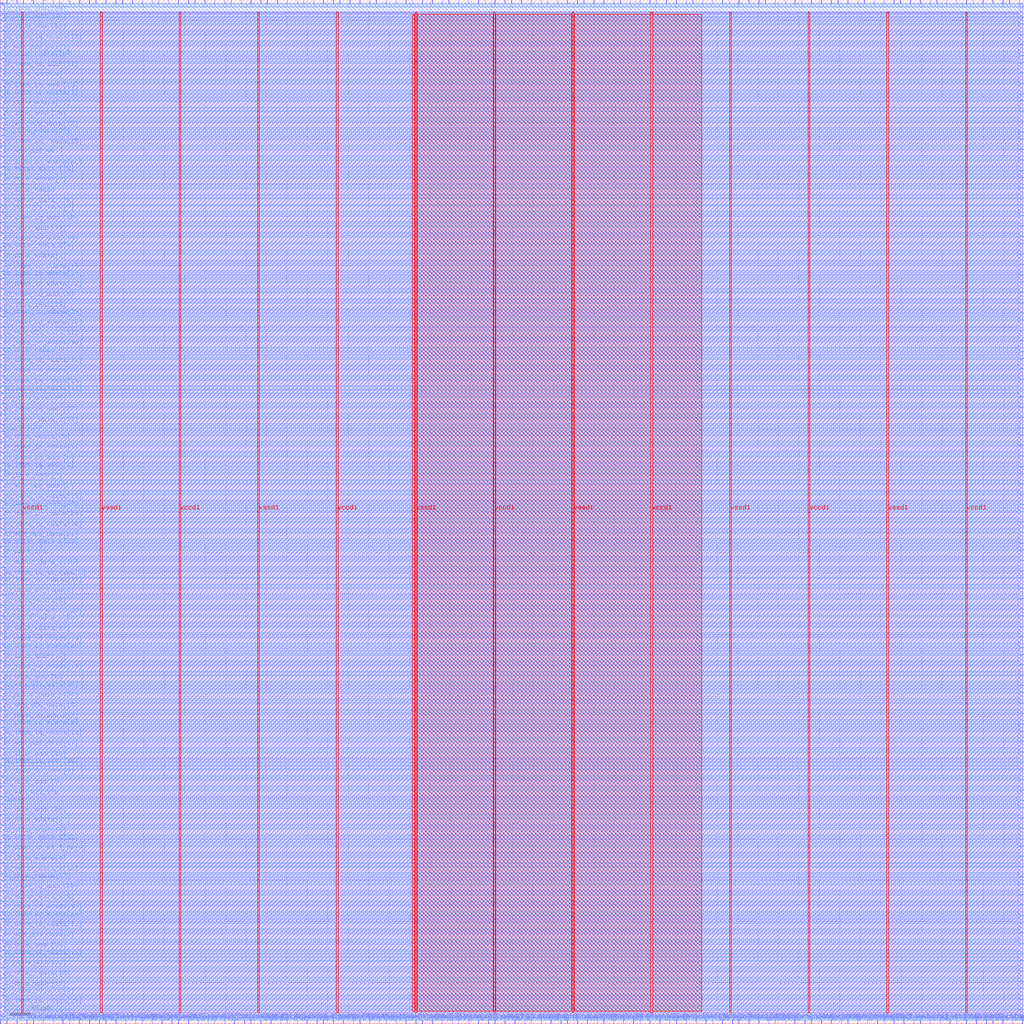
<source format=lef>
VERSION 5.7 ;
  NOWIREEXTENSIONATPIN ON ;
  DIVIDERCHAR "/" ;
  BUSBITCHARS "[]" ;
MACRO WB_InterConnect
  CLASS BLOCK ;
  FOREIGN WB_InterConnect ;
  ORIGIN 0.000 0.000 ;
  SIZE 1000.000 BY 1000.000 ;
  PIN clock
    DIRECTION INPUT ;
    USE SIGNAL ;
    PORT
      LAYER met3 ;
        RECT 0.000 214.240 4.000 214.840 ;
    END
  END clock
  PIN io_dbus_addr[0]
    DIRECTION INPUT ;
    USE SIGNAL ;
    PORT
      LAYER met3 ;
        RECT 0.000 231.240 4.000 231.840 ;
    END
  END io_dbus_addr[0]
  PIN io_dbus_addr[10]
    DIRECTION INPUT ;
    USE SIGNAL ;
    PORT
      LAYER met3 ;
        RECT 996.000 68.040 1000.000 68.640 ;
    END
  END io_dbus_addr[10]
  PIN io_dbus_addr[11]
    DIRECTION INPUT ;
    USE SIGNAL ;
    PORT
      LAYER met2 ;
        RECT 827.630 0.000 827.910 4.000 ;
    END
  END io_dbus_addr[11]
  PIN io_dbus_addr[12]
    DIRECTION INPUT ;
    USE SIGNAL ;
    PORT
      LAYER met2 ;
        RECT 640.870 996.000 641.150 1000.000 ;
    END
  END io_dbus_addr[12]
  PIN io_dbus_addr[13]
    DIRECTION INPUT ;
    USE SIGNAL ;
    PORT
      LAYER met3 ;
        RECT 0.000 34.040 4.000 34.640 ;
    END
  END io_dbus_addr[13]
  PIN io_dbus_addr[14]
    DIRECTION INPUT ;
    USE SIGNAL ;
    PORT
      LAYER met2 ;
        RECT 315.650 0.000 315.930 4.000 ;
    END
  END io_dbus_addr[14]
  PIN io_dbus_addr[15]
    DIRECTION INPUT ;
    USE SIGNAL ;
    PORT
      LAYER met2 ;
        RECT 863.050 0.000 863.330 4.000 ;
    END
  END io_dbus_addr[15]
  PIN io_dbus_addr[16]
    DIRECTION INPUT ;
    USE SIGNAL ;
    PORT
      LAYER met2 ;
        RECT 466.990 0.000 467.270 4.000 ;
    END
  END io_dbus_addr[16]
  PIN io_dbus_addr[17]
    DIRECTION INPUT ;
    USE SIGNAL ;
    PORT
      LAYER met2 ;
        RECT 917.790 0.000 918.070 4.000 ;
    END
  END io_dbus_addr[17]
  PIN io_dbus_addr[18]
    DIRECTION INPUT ;
    USE SIGNAL ;
    PORT
      LAYER met3 ;
        RECT 996.000 853.440 1000.000 854.040 ;
    END
  END io_dbus_addr[18]
  PIN io_dbus_addr[19]
    DIRECTION INPUT ;
    USE SIGNAL ;
    PORT
      LAYER met2 ;
        RECT 16.190 996.000 16.470 1000.000 ;
    END
  END io_dbus_addr[19]
  PIN io_dbus_addr[1]
    DIRECTION INPUT ;
    USE SIGNAL ;
    PORT
      LAYER met2 ;
        RECT 933.890 0.000 934.170 4.000 ;
    END
  END io_dbus_addr[1]
  PIN io_dbus_addr[20]
    DIRECTION INPUT ;
    USE SIGNAL ;
    PORT
      LAYER met2 ;
        RECT 280.230 996.000 280.510 1000.000 ;
    END
  END io_dbus_addr[20]
  PIN io_dbus_addr[21]
    DIRECTION INPUT ;
    USE SIGNAL ;
    PORT
      LAYER met2 ;
        RECT 731.030 0.000 731.310 4.000 ;
    END
  END io_dbus_addr[21]
  PIN io_dbus_addr[22]
    DIRECTION INPUT ;
    USE SIGNAL ;
    PORT
      LAYER met2 ;
        RECT 579.690 996.000 579.970 1000.000 ;
    END
  END io_dbus_addr[22]
  PIN io_dbus_addr[23]
    DIRECTION INPUT ;
    USE SIGNAL ;
    PORT
      LAYER met3 ;
        RECT 996.000 469.240 1000.000 469.840 ;
    END
  END io_dbus_addr[23]
  PIN io_dbus_addr[24]
    DIRECTION INPUT ;
    USE SIGNAL ;
    PORT
      LAYER met3 ;
        RECT 996.000 397.840 1000.000 398.440 ;
    END
  END io_dbus_addr[24]
  PIN io_dbus_addr[25]
    DIRECTION INPUT ;
    USE SIGNAL ;
    PORT
      LAYER met2 ;
        RECT 112.790 0.000 113.070 4.000 ;
    END
  END io_dbus_addr[25]
  PIN io_dbus_addr[26]
    DIRECTION INPUT ;
    USE SIGNAL ;
    PORT
      LAYER met3 ;
        RECT 0.000 353.640 4.000 354.240 ;
    END
  END io_dbus_addr[26]
  PIN io_dbus_addr[27]
    DIRECTION INPUT ;
    USE SIGNAL ;
    PORT
      LAYER met3 ;
        RECT 996.000 965.640 1000.000 966.240 ;
    END
  END io_dbus_addr[27]
  PIN io_dbus_addr[28]
    DIRECTION INPUT ;
    USE SIGNAL ;
    PORT
      LAYER met3 ;
        RECT 0.000 204.040 4.000 204.640 ;
    END
  END io_dbus_addr[28]
  PIN io_dbus_addr[29]
    DIRECTION INPUT ;
    USE SIGNAL ;
    PORT
      LAYER met3 ;
        RECT 996.000 863.640 1000.000 864.240 ;
    END
  END io_dbus_addr[29]
  PIN io_dbus_addr[2]
    DIRECTION INPUT ;
    USE SIGNAL ;
    PORT
      LAYER met2 ;
        RECT 792.210 996.000 792.490 1000.000 ;
    END
  END io_dbus_addr[2]
  PIN io_dbus_addr[30]
    DIRECTION INPUT ;
    USE SIGNAL ;
    PORT
      LAYER met3 ;
        RECT 0.000 71.440 4.000 72.040 ;
    END
  END io_dbus_addr[30]
  PIN io_dbus_addr[31]
    DIRECTION INPUT ;
    USE SIGNAL ;
    PORT
      LAYER met2 ;
        RECT 219.050 0.000 219.330 4.000 ;
    END
  END io_dbus_addr[31]
  PIN io_dbus_addr[3]
    DIRECTION INPUT ;
    USE SIGNAL ;
    PORT
      LAYER met2 ;
        RECT 676.290 996.000 676.570 1000.000 ;
    END
  END io_dbus_addr[3]
  PIN io_dbus_addr[4]
    DIRECTION INPUT ;
    USE SIGNAL ;
    PORT
      LAYER met3 ;
        RECT 996.000 574.640 1000.000 575.240 ;
    END
  END io_dbus_addr[4]
  PIN io_dbus_addr[5]
    DIRECTION INPUT ;
    USE SIGNAL ;
    PORT
      LAYER met3 ;
        RECT 0.000 333.240 4.000 333.840 ;
    END
  END io_dbus_addr[5]
  PIN io_dbus_addr[6]
    DIRECTION INPUT ;
    USE SIGNAL ;
    PORT
      LAYER met2 ;
        RECT 721.370 0.000 721.650 4.000 ;
    END
  END io_dbus_addr[6]
  PIN io_dbus_addr[7]
    DIRECTION INPUT ;
    USE SIGNAL ;
    PORT
      LAYER met2 ;
        RECT 93.470 996.000 93.750 1000.000 ;
    END
  END io_dbus_addr[7]
  PIN io_dbus_addr[8]
    DIRECTION INPUT ;
    USE SIGNAL ;
    PORT
      LAYER met2 ;
        RECT 995.070 996.000 995.350 1000.000 ;
    END
  END io_dbus_addr[8]
  PIN io_dbus_addr[9]
    DIRECTION INPUT ;
    USE SIGNAL ;
    PORT
      LAYER met2 ;
        RECT 173.970 0.000 174.250 4.000 ;
    END
  END io_dbus_addr[9]
  PIN io_dbus_ld_type[0]
    DIRECTION INPUT ;
    USE SIGNAL ;
    PORT
      LAYER met2 ;
        RECT 872.710 0.000 872.990 4.000 ;
    END
  END io_dbus_ld_type[0]
  PIN io_dbus_ld_type[1]
    DIRECTION INPUT ;
    USE SIGNAL ;
    PORT
      LAYER met2 ;
        RECT 756.790 996.000 757.070 1000.000 ;
    END
  END io_dbus_ld_type[1]
  PIN io_dbus_ld_type[2]
    DIRECTION INPUT ;
    USE SIGNAL ;
    PORT
      LAYER met2 ;
        RECT 949.990 996.000 950.270 1000.000 ;
    END
  END io_dbus_ld_type[2]
  PIN io_dbus_rd_en
    DIRECTION INPUT ;
    USE SIGNAL ;
    PORT
      LAYER met3 ;
        RECT 996.000 404.640 1000.000 405.240 ;
    END
  END io_dbus_rd_en
  PIN io_dbus_rdata[0]
    DIRECTION OUTPUT TRISTATE ;
    USE SIGNAL ;
    PORT
      LAYER met2 ;
        RECT 22.630 996.000 22.910 1000.000 ;
    END
  END io_dbus_rdata[0]
  PIN io_dbus_rdata[10]
    DIRECTION OUTPUT TRISTATE ;
    USE SIGNAL ;
    PORT
      LAYER met2 ;
        RECT 25.850 0.000 26.130 4.000 ;
    END
  END io_dbus_rdata[10]
  PIN io_dbus_rdata[11]
    DIRECTION OUTPUT TRISTATE ;
    USE SIGNAL ;
    PORT
      LAYER met2 ;
        RECT 801.870 996.000 802.150 1000.000 ;
    END
  END io_dbus_rdata[11]
  PIN io_dbus_rdata[12]
    DIRECTION OUTPUT TRISTATE ;
    USE SIGNAL ;
    PORT
      LAYER met2 ;
        RECT 473.430 996.000 473.710 1000.000 ;
    END
  END io_dbus_rdata[12]
  PIN io_dbus_rdata[13]
    DIRECTION OUTPUT TRISTATE ;
    USE SIGNAL ;
    PORT
      LAYER met3 ;
        RECT 0.000 6.840 4.000 7.440 ;
    END
  END io_dbus_rdata[13]
  PIN io_dbus_rdata[14]
    DIRECTION OUTPUT TRISTATE ;
    USE SIGNAL ;
    PORT
      LAYER met3 ;
        RECT 996.000 248.240 1000.000 248.840 ;
    END
  END io_dbus_rdata[14]
  PIN io_dbus_rdata[15]
    DIRECTION OUTPUT TRISTATE ;
    USE SIGNAL ;
    PORT
      LAYER met3 ;
        RECT 0.000 941.840 4.000 942.440 ;
    END
  END io_dbus_rdata[15]
  PIN io_dbus_rdata[16]
    DIRECTION OUTPUT TRISTATE ;
    USE SIGNAL ;
    PORT
      LAYER met2 ;
        RECT 376.830 996.000 377.110 1000.000 ;
    END
  END io_dbus_rdata[16]
  PIN io_dbus_rdata[17]
    DIRECTION OUTPUT TRISTATE ;
    USE SIGNAL ;
    PORT
      LAYER met3 ;
        RECT 0.000 139.440 4.000 140.040 ;
    END
  END io_dbus_rdata[17]
  PIN io_dbus_rdata[18]
    DIRECTION OUTPUT TRISTATE ;
    USE SIGNAL ;
    PORT
      LAYER met3 ;
        RECT 0.000 44.240 4.000 44.840 ;
    END
  END io_dbus_rdata[18]
  PIN io_dbus_rdata[19]
    DIRECTION OUTPUT TRISTATE ;
    USE SIGNAL ;
    PORT
      LAYER met3 ;
        RECT 996.000 329.840 1000.000 330.440 ;
    END
  END io_dbus_rdata[19]
  PIN io_dbus_rdata[1]
    DIRECTION OUTPUT TRISTATE ;
    USE SIGNAL ;
    PORT
      LAYER met3 ;
        RECT 996.000 714.040 1000.000 714.640 ;
    END
  END io_dbus_rdata[1]
  PIN io_dbus_rdata[20]
    DIRECTION OUTPUT TRISTATE ;
    USE SIGNAL ;
    PORT
      LAYER met3 ;
        RECT 996.000 975.840 1000.000 976.440 ;
    END
  END io_dbus_rdata[20]
  PIN io_dbus_rdata[21]
    DIRECTION OUTPUT TRISTATE ;
    USE SIGNAL ;
    PORT
      LAYER met2 ;
        RECT 908.130 0.000 908.410 4.000 ;
    END
  END io_dbus_rdata[21]
  PIN io_dbus_rdata[22]
    DIRECTION OUTPUT TRISTATE ;
    USE SIGNAL ;
    PORT
      LAYER met2 ;
        RECT 87.030 996.000 87.310 1000.000 ;
    END
  END io_dbus_rdata[22]
  PIN io_dbus_rdata[23]
    DIRECTION OUTPUT TRISTATE ;
    USE SIGNAL ;
    PORT
      LAYER met2 ;
        RECT 402.590 996.000 402.870 1000.000 ;
    END
  END io_dbus_rdata[23]
  PIN io_dbus_rdata[24]
    DIRECTION OUTPUT TRISTATE ;
    USE SIGNAL ;
    PORT
      LAYER met2 ;
        RECT 173.970 996.000 174.250 1000.000 ;
    END
  END io_dbus_rdata[24]
  PIN io_dbus_rdata[25]
    DIRECTION OUTPUT TRISTATE ;
    USE SIGNAL ;
    PORT
      LAYER met3 ;
        RECT 996.000 992.840 1000.000 993.440 ;
    END
  END io_dbus_rdata[25]
  PIN io_dbus_rdata[26]
    DIRECTION OUTPUT TRISTATE ;
    USE SIGNAL ;
    PORT
      LAYER met3 ;
        RECT 996.000 115.640 1000.000 116.240 ;
    END
  END io_dbus_rdata[26]
  PIN io_dbus_rdata[27]
    DIRECTION OUTPUT TRISTATE ;
    USE SIGNAL ;
    PORT
      LAYER met2 ;
        RECT 244.810 996.000 245.090 1000.000 ;
    END
  END io_dbus_rdata[27]
  PIN io_dbus_rdata[28]
    DIRECTION OUTPUT TRISTATE ;
    USE SIGNAL ;
    PORT
      LAYER met2 ;
        RECT 853.390 996.000 853.670 1000.000 ;
    END
  END io_dbus_rdata[28]
  PIN io_dbus_rdata[29]
    DIRECTION OUTPUT TRISTATE ;
    USE SIGNAL ;
    PORT
      LAYER met3 ;
        RECT 996.000 741.240 1000.000 741.840 ;
    END
  END io_dbus_rdata[29]
  PIN io_dbus_rdata[2]
    DIRECTION OUTPUT TRISTATE ;
    USE SIGNAL ;
    PORT
      LAYER met2 ;
        RECT 914.570 996.000 914.850 1000.000 ;
    END
  END io_dbus_rdata[2]
  PIN io_dbus_rdata[30]
    DIRECTION OUTPUT TRISTATE ;
    USE SIGNAL ;
    PORT
      LAYER met3 ;
        RECT 996.000 340.040 1000.000 340.640 ;
    END
  END io_dbus_rdata[30]
  PIN io_dbus_rdata[31]
    DIRECTION OUTPUT TRISTATE ;
    USE SIGNAL ;
    PORT
      LAYER met2 ;
        RECT 396.150 996.000 396.430 1000.000 ;
    END
  END io_dbus_rdata[31]
  PIN io_dbus_rdata[3]
    DIRECTION OUTPUT TRISTATE ;
    USE SIGNAL ;
    PORT
      LAYER met2 ;
        RECT 624.770 996.000 625.050 1000.000 ;
    END
  END io_dbus_rdata[3]
  PIN io_dbus_rdata[4]
    DIRECTION OUTPUT TRISTATE ;
    USE SIGNAL ;
    PORT
      LAYER met2 ;
        RECT 669.850 0.000 670.130 4.000 ;
    END
  END io_dbus_rdata[4]
  PIN io_dbus_rdata[5]
    DIRECTION OUTPUT TRISTATE ;
    USE SIGNAL ;
    PORT
      LAYER met3 ;
        RECT 996.000 489.640 1000.000 490.240 ;
    END
  END io_dbus_rdata[5]
  PIN io_dbus_rdata[6]
    DIRECTION OUTPUT TRISTATE ;
    USE SIGNAL ;
    PORT
      LAYER met2 ;
        RECT 209.390 996.000 209.670 1000.000 ;
    END
  END io_dbus_rdata[6]
  PIN io_dbus_rdata[7]
    DIRECTION OUTPUT TRISTATE ;
    USE SIGNAL ;
    PORT
      LAYER met2 ;
        RECT 77.370 996.000 77.650 1000.000 ;
    END
  END io_dbus_rdata[7]
  PIN io_dbus_rdata[8]
    DIRECTION OUTPUT TRISTATE ;
    USE SIGNAL ;
    PORT
      LAYER met2 ;
        RECT 386.490 996.000 386.770 1000.000 ;
    END
  END io_dbus_rdata[8]
  PIN io_dbus_rdata[9]
    DIRECTION OUTPUT TRISTATE ;
    USE SIGNAL ;
    PORT
      LAYER met2 ;
        RECT 879.150 996.000 879.430 1000.000 ;
    END
  END io_dbus_rdata[9]
  PIN io_dbus_st_type[0]
    DIRECTION INPUT ;
    USE SIGNAL ;
    PORT
      LAYER met3 ;
        RECT 0.000 792.240 4.000 792.840 ;
    END
  END io_dbus_st_type[0]
  PIN io_dbus_st_type[1]
    DIRECTION INPUT ;
    USE SIGNAL ;
    PORT
      LAYER met3 ;
        RECT 0.000 418.240 4.000 418.840 ;
    END
  END io_dbus_st_type[1]
  PIN io_dbus_valid
    DIRECTION OUTPUT TRISTATE ;
    USE SIGNAL ;
    PORT
      LAYER met3 ;
        RECT 0.000 652.840 4.000 653.440 ;
    END
  END io_dbus_valid
  PIN io_dbus_wdata[0]
    DIRECTION INPUT ;
    USE SIGNAL ;
    PORT
      LAYER met3 ;
        RECT 0.000 408.040 4.000 408.640 ;
    END
  END io_dbus_wdata[0]
  PIN io_dbus_wdata[10]
    DIRECTION INPUT ;
    USE SIGNAL ;
    PORT
      LAYER met2 ;
        RECT 969.310 996.000 969.590 1000.000 ;
    END
  END io_dbus_wdata[10]
  PIN io_dbus_wdata[11]
    DIRECTION INPUT ;
    USE SIGNAL ;
    PORT
      LAYER met3 ;
        RECT 996.000 955.440 1000.000 956.040 ;
    END
  END io_dbus_wdata[11]
  PIN io_dbus_wdata[12]
    DIRECTION INPUT ;
    USE SIGNAL ;
    PORT
      LAYER met3 ;
        RECT 996.000 442.040 1000.000 442.640 ;
    END
  END io_dbus_wdata[12]
  PIN io_dbus_wdata[13]
    DIRECTION INPUT ;
    USE SIGNAL ;
    PORT
      LAYER met3 ;
        RECT 0.000 894.240 4.000 894.840 ;
    END
  END io_dbus_wdata[13]
  PIN io_dbus_wdata[14]
    DIRECTION INPUT ;
    USE SIGNAL ;
    PORT
      LAYER met3 ;
        RECT 996.000 826.240 1000.000 826.840 ;
    END
  END io_dbus_wdata[14]
  PIN io_dbus_wdata[15]
    DIRECTION INPUT ;
    USE SIGNAL ;
    PORT
      LAYER met2 ;
        RECT 508.850 996.000 509.130 1000.000 ;
    END
  END io_dbus_wdata[15]
  PIN io_dbus_wdata[16]
    DIRECTION INPUT ;
    USE SIGNAL ;
    PORT
      LAYER met2 ;
        RECT 360.730 996.000 361.010 1000.000 ;
    END
  END io_dbus_wdata[16]
  PIN io_dbus_wdata[17]
    DIRECTION INPUT ;
    USE SIGNAL ;
    PORT
      LAYER met3 ;
        RECT 0.000 380.840 4.000 381.440 ;
    END
  END io_dbus_wdata[17]
  PIN io_dbus_wdata[18]
    DIRECTION INPUT ;
    USE SIGNAL ;
    PORT
      LAYER met2 ;
        RECT 599.010 996.000 599.290 1000.000 ;
    END
  END io_dbus_wdata[18]
  PIN io_dbus_wdata[19]
    DIRECTION INPUT ;
    USE SIGNAL ;
    PORT
      LAYER met2 ;
        RECT 96.690 0.000 96.970 4.000 ;
    END
  END io_dbus_wdata[19]
  PIN io_dbus_wdata[1]
    DIRECTION INPUT ;
    USE SIGNAL ;
    PORT
      LAYER met3 ;
        RECT 996.000 778.640 1000.000 779.240 ;
    END
  END io_dbus_wdata[1]
  PIN io_dbus_wdata[20]
    DIRECTION INPUT ;
    USE SIGNAL ;
    PORT
      LAYER met2 ;
        RECT 695.610 0.000 695.890 4.000 ;
    END
  END io_dbus_wdata[20]
  PIN io_dbus_wdata[21]
    DIRECTION INPUT ;
    USE SIGNAL ;
    PORT
      LAYER met3 ;
        RECT 996.000 61.240 1000.000 61.840 ;
    END
  END io_dbus_wdata[21]
  PIN io_dbus_wdata[22]
    DIRECTION INPUT ;
    USE SIGNAL ;
    PORT
      LAYER met2 ;
        RECT 534.610 996.000 534.890 1000.000 ;
    END
  END io_dbus_wdata[22]
  PIN io_dbus_wdata[23]
    DIRECTION INPUT ;
    USE SIGNAL ;
    PORT
      LAYER met3 ;
        RECT 0.000 867.040 4.000 867.640 ;
    END
  END io_dbus_wdata[23]
  PIN io_dbus_wdata[24]
    DIRECTION INPUT ;
    USE SIGNAL ;
    PORT
      LAYER met3 ;
        RECT 996.000 3.440 1000.000 4.040 ;
    END
  END io_dbus_wdata[24]
  PIN io_dbus_wdata[25]
    DIRECTION INPUT ;
    USE SIGNAL ;
    PORT
      LAYER met2 ;
        RECT 544.270 996.000 544.550 1000.000 ;
    END
  END io_dbus_wdata[25]
  PIN io_dbus_wdata[26]
    DIRECTION INPUT ;
    USE SIGNAL ;
    PORT
      LAYER met2 ;
        RECT 132.110 0.000 132.390 4.000 ;
    END
  END io_dbus_wdata[26]
  PIN io_dbus_wdata[27]
    DIRECTION INPUT ;
    USE SIGNAL ;
    PORT
      LAYER met3 ;
        RECT 0.000 193.840 4.000 194.440 ;
    END
  END io_dbus_wdata[27]
  PIN io_dbus_wdata[28]
    DIRECTION INPUT ;
    USE SIGNAL ;
    PORT
      LAYER met2 ;
        RECT 438.010 996.000 438.290 1000.000 ;
    END
  END io_dbus_wdata[28]
  PIN io_dbus_wdata[29]
    DIRECTION INPUT ;
    USE SIGNAL ;
    PORT
      LAYER met3 ;
        RECT 0.000 567.840 4.000 568.440 ;
    END
  END io_dbus_wdata[29]
  PIN io_dbus_wdata[2]
    DIRECTION INPUT ;
    USE SIGNAL ;
    PORT
      LAYER met3 ;
        RECT 0.000 744.640 4.000 745.240 ;
    END
  END io_dbus_wdata[2]
  PIN io_dbus_wdata[30]
    DIRECTION INPUT ;
    USE SIGNAL ;
    PORT
      LAYER met3 ;
        RECT 996.000 142.840 1000.000 143.440 ;
    END
  END io_dbus_wdata[30]
  PIN io_dbus_wdata[31]
    DIRECTION INPUT ;
    USE SIGNAL ;
    PORT
      LAYER met3 ;
        RECT 996.000 255.040 1000.000 255.640 ;
    END
  END io_dbus_wdata[31]
  PIN io_dbus_wdata[3]
    DIRECTION INPUT ;
    USE SIGNAL ;
    PORT
      LAYER met2 ;
        RECT 608.670 0.000 608.950 4.000 ;
    END
  END io_dbus_wdata[3]
  PIN io_dbus_wdata[4]
    DIRECTION INPUT ;
    USE SIGNAL ;
    PORT
      LAYER met3 ;
        RECT 0.000 156.440 4.000 157.040 ;
    END
  END io_dbus_wdata[4]
  PIN io_dbus_wdata[5]
    DIRECTION INPUT ;
    USE SIGNAL ;
    PORT
      LAYER met3 ;
        RECT 996.000 367.240 1000.000 367.840 ;
    END
  END io_dbus_wdata[5]
  PIN io_dbus_wdata[6]
    DIRECTION INPUT ;
    USE SIGNAL ;
    PORT
      LAYER met2 ;
        RECT 599.010 0.000 599.290 4.000 ;
    END
  END io_dbus_wdata[6]
  PIN io_dbus_wdata[7]
    DIRECTION INPUT ;
    USE SIGNAL ;
    PORT
      LAYER met3 ;
        RECT 0.000 819.440 4.000 820.040 ;
    END
  END io_dbus_wdata[7]
  PIN io_dbus_wdata[8]
    DIRECTION INPUT ;
    USE SIGNAL ;
    PORT
      LAYER met3 ;
        RECT 996.000 180.240 1000.000 180.840 ;
    END
  END io_dbus_wdata[8]
  PIN io_dbus_wdata[9]
    DIRECTION INPUT ;
    USE SIGNAL ;
    PORT
      LAYER met3 ;
        RECT 996.000 387.640 1000.000 388.240 ;
    END
  END io_dbus_wdata[9]
  PIN io_dbus_wr_en
    DIRECTION INPUT ;
    USE SIGNAL ;
    PORT
      LAYER met2 ;
        RECT 705.270 996.000 705.550 1000.000 ;
    END
  END io_dbus_wr_en
  PIN io_dmem_io_addr[0]
    DIRECTION OUTPUT TRISTATE ;
    USE SIGNAL ;
    PORT
      LAYER met3 ;
        RECT 996.000 302.640 1000.000 303.240 ;
    END
  END io_dmem_io_addr[0]
  PIN io_dmem_io_addr[1]
    DIRECTION OUTPUT TRISTATE ;
    USE SIGNAL ;
    PORT
      LAYER met3 ;
        RECT 996.000 210.840 1000.000 211.440 ;
    END
  END io_dmem_io_addr[1]
  PIN io_dmem_io_addr[2]
    DIRECTION OUTPUT TRISTATE ;
    USE SIGNAL ;
    PORT
      LAYER met2 ;
        RECT 476.650 0.000 476.930 4.000 ;
    END
  END io_dmem_io_addr[2]
  PIN io_dmem_io_addr[3]
    DIRECTION OUTPUT TRISTATE ;
    USE SIGNAL ;
    PORT
      LAYER met2 ;
        RECT 299.550 0.000 299.830 4.000 ;
    END
  END io_dmem_io_addr[3]
  PIN io_dmem_io_addr[4]
    DIRECTION OUTPUT TRISTATE ;
    USE SIGNAL ;
    PORT
      LAYER met2 ;
        RECT 138.550 0.000 138.830 4.000 ;
    END
  END io_dmem_io_addr[4]
  PIN io_dmem_io_addr[5]
    DIRECTION OUTPUT TRISTATE ;
    USE SIGNAL ;
    PORT
      LAYER met2 ;
        RECT 811.530 0.000 811.810 4.000 ;
    END
  END io_dmem_io_addr[5]
  PIN io_dmem_io_addr[6]
    DIRECTION OUTPUT TRISTATE ;
    USE SIGNAL ;
    PORT
      LAYER met3 ;
        RECT 996.000 78.240 1000.000 78.840 ;
    END
  END io_dmem_io_addr[6]
  PIN io_dmem_io_addr[7]
    DIRECTION OUTPUT TRISTATE ;
    USE SIGNAL ;
    PORT
      LAYER met3 ;
        RECT 0.000 27.240 4.000 27.840 ;
    END
  END io_dmem_io_addr[7]
  PIN io_dmem_io_rdata[0]
    DIRECTION INPUT ;
    USE SIGNAL ;
    PORT
      LAYER met3 ;
        RECT 996.000 217.640 1000.000 218.240 ;
    END
  END io_dmem_io_rdata[0]
  PIN io_dmem_io_rdata[10]
    DIRECTION INPUT ;
    USE SIGNAL ;
    PORT
      LAYER met3 ;
        RECT 0.000 622.240 4.000 622.840 ;
    END
  END io_dmem_io_rdata[10]
  PIN io_dmem_io_rdata[11]
    DIRECTION INPUT ;
    USE SIGNAL ;
    PORT
      LAYER met3 ;
        RECT 996.000 105.440 1000.000 106.040 ;
    END
  END io_dmem_io_rdata[11]
  PIN io_dmem_io_rdata[12]
    DIRECTION INPUT ;
    USE SIGNAL ;
    PORT
      LAYER met2 ;
        RECT 863.050 996.000 863.330 1000.000 ;
    END
  END io_dmem_io_rdata[12]
  PIN io_dmem_io_rdata[13]
    DIRECTION INPUT ;
    USE SIGNAL ;
    PORT
      LAYER met3 ;
        RECT 996.000 23.840 1000.000 24.440 ;
    END
  END io_dmem_io_rdata[13]
  PIN io_dmem_io_rdata[14]
    DIRECTION INPUT ;
    USE SIGNAL ;
    PORT
      LAYER met3 ;
        RECT 996.000 833.040 1000.000 833.640 ;
    END
  END io_dmem_io_rdata[14]
  PIN io_dmem_io_rdata[15]
    DIRECTION INPUT ;
    USE SIGNAL ;
    PORT
      LAYER met2 ;
        RECT 164.310 996.000 164.590 1000.000 ;
    END
  END io_dmem_io_rdata[15]
  PIN io_dmem_io_rdata[16]
    DIRECTION INPUT ;
    USE SIGNAL ;
    PORT
      LAYER met3 ;
        RECT 0.000 642.640 4.000 643.240 ;
    END
  END io_dmem_io_rdata[16]
  PIN io_dmem_io_rdata[17]
    DIRECTION INPUT ;
    USE SIGNAL ;
    PORT
      LAYER met2 ;
        RECT 112.790 996.000 113.070 1000.000 ;
    END
  END io_dmem_io_rdata[17]
  PIN io_dmem_io_rdata[18]
    DIRECTION INPUT ;
    USE SIGNAL ;
    PORT
      LAYER met2 ;
        RECT 785.770 0.000 786.050 4.000 ;
    END
  END io_dmem_io_rdata[18]
  PIN io_dmem_io_rdata[19]
    DIRECTION INPUT ;
    USE SIGNAL ;
    PORT
      LAYER met3 ;
        RECT 0.000 370.640 4.000 371.240 ;
    END
  END io_dmem_io_rdata[19]
  PIN io_dmem_io_rdata[1]
    DIRECTION INPUT ;
    USE SIGNAL ;
    PORT
      LAYER met3 ;
        RECT 0.000 557.640 4.000 558.240 ;
    END
  END io_dmem_io_rdata[1]
  PIN io_dmem_io_rdata[20]
    DIRECTION INPUT ;
    USE SIGNAL ;
    PORT
      LAYER met3 ;
        RECT 996.000 676.640 1000.000 677.240 ;
    END
  END io_dmem_io_rdata[20]
  PIN io_dmem_io_rdata[21]
    DIRECTION INPUT ;
    USE SIGNAL ;
    PORT
      LAYER met2 ;
        RECT 846.950 0.000 847.230 4.000 ;
    END
  END io_dmem_io_rdata[21]
  PIN io_dmem_io_rdata[22]
    DIRECTION INPUT ;
    USE SIGNAL ;
    PORT
      LAYER met3 ;
        RECT 996.000 544.040 1000.000 544.640 ;
    END
  END io_dmem_io_rdata[22]
  PIN io_dmem_io_rdata[23]
    DIRECTION INPUT ;
    USE SIGNAL ;
    PORT
      LAYER met2 ;
        RECT 138.550 996.000 138.830 1000.000 ;
    END
  END io_dmem_io_rdata[23]
  PIN io_dmem_io_rdata[24]
    DIRECTION INPUT ;
    USE SIGNAL ;
    PORT
      LAYER met3 ;
        RECT 0.000 493.040 4.000 493.640 ;
    END
  END io_dmem_io_rdata[24]
  PIN io_dmem_io_rdata[25]
    DIRECTION INPUT ;
    USE SIGNAL ;
    PORT
      LAYER met3 ;
        RECT 0.000 64.640 4.000 65.240 ;
    END
  END io_dmem_io_rdata[25]
  PIN io_dmem_io_rdata[26]
    DIRECTION INPUT ;
    USE SIGNAL ;
    PORT
      LAYER met3 ;
        RECT 996.000 200.640 1000.000 201.240 ;
    END
  END io_dmem_io_rdata[26]
  PIN io_dmem_io_rdata[27]
    DIRECTION INPUT ;
    USE SIGNAL ;
    PORT
      LAYER met3 ;
        RECT 996.000 163.240 1000.000 163.840 ;
    END
  END io_dmem_io_rdata[27]
  PIN io_dmem_io_rdata[28]
    DIRECTION INPUT ;
    USE SIGNAL ;
    PORT
      LAYER met3 ;
        RECT 996.000 292.440 1000.000 293.040 ;
    END
  END io_dmem_io_rdata[28]
  PIN io_dmem_io_rdata[29]
    DIRECTION INPUT ;
    USE SIGNAL ;
    PORT
      LAYER met2 ;
        RECT 58.050 996.000 58.330 1000.000 ;
    END
  END io_dmem_io_rdata[29]
  PIN io_dmem_io_rdata[2]
    DIRECTION INPUT ;
    USE SIGNAL ;
    PORT
      LAYER met2 ;
        RECT 634.430 0.000 634.710 4.000 ;
    END
  END io_dmem_io_rdata[2]
  PIN io_dmem_io_rdata[30]
    DIRECTION INPUT ;
    USE SIGNAL ;
    PORT
      LAYER met2 ;
        RECT 167.530 0.000 167.810 4.000 ;
    END
  END io_dmem_io_rdata[30]
  PIN io_dmem_io_rdata[31]
    DIRECTION INPUT ;
    USE SIGNAL ;
    PORT
      LAYER met3 ;
        RECT 996.000 880.640 1000.000 881.240 ;
    END
  END io_dmem_io_rdata[31]
  PIN io_dmem_io_rdata[3]
    DIRECTION INPUT ;
    USE SIGNAL ;
    PORT
      LAYER met2 ;
        RECT 289.890 0.000 290.170 4.000 ;
    END
  END io_dmem_io_rdata[3]
  PIN io_dmem_io_rdata[4]
    DIRECTION INPUT ;
    USE SIGNAL ;
    PORT
      LAYER met2 ;
        RECT 563.590 996.000 563.870 1000.000 ;
    END
  END io_dmem_io_rdata[4]
  PIN io_dmem_io_rdata[5]
    DIRECTION INPUT ;
    USE SIGNAL ;
    PORT
      LAYER met3 ;
        RECT 996.000 136.040 1000.000 136.640 ;
    END
  END io_dmem_io_rdata[5]
  PIN io_dmem_io_rdata[6]
    DIRECTION INPUT ;
    USE SIGNAL ;
    PORT
      LAYER met2 ;
        RECT 431.570 0.000 431.850 4.000 ;
    END
  END io_dmem_io_rdata[6]
  PIN io_dmem_io_rdata[7]
    DIRECTION INPUT ;
    USE SIGNAL ;
    PORT
      LAYER met3 ;
        RECT 0.000 734.440 4.000 735.040 ;
    END
  END io_dmem_io_rdata[7]
  PIN io_dmem_io_rdata[8]
    DIRECTION INPUT ;
    USE SIGNAL ;
    PORT
      LAYER met2 ;
        RECT 341.410 996.000 341.690 1000.000 ;
    END
  END io_dmem_io_rdata[8]
  PIN io_dmem_io_rdata[9]
    DIRECTION INPUT ;
    USE SIGNAL ;
    PORT
      LAYER met2 ;
        RECT 351.070 996.000 351.350 1000.000 ;
    END
  END io_dmem_io_rdata[9]
  PIN io_dmem_io_st_type[0]
    DIRECTION OUTPUT TRISTATE ;
    USE SIGNAL ;
    PORT
      LAYER met3 ;
        RECT 0.000 166.640 4.000 167.240 ;
    END
  END io_dmem_io_st_type[0]
  PIN io_dmem_io_st_type[1]
    DIRECTION OUTPUT TRISTATE ;
    USE SIGNAL ;
    PORT
      LAYER met2 ;
        RECT 605.450 996.000 605.730 1000.000 ;
    END
  END io_dmem_io_st_type[1]
  PIN io_dmem_io_st_type[2]
    DIRECTION OUTPUT TRISTATE ;
    USE SIGNAL ;
    PORT
      LAYER met3 ;
        RECT 0.000 435.240 4.000 435.840 ;
    END
  END io_dmem_io_st_type[2]
  PIN io_dmem_io_st_type[3]
    DIRECTION OUTPUT TRISTATE ;
    USE SIGNAL ;
    PORT
      LAYER met2 ;
        RECT 792.210 0.000 792.490 4.000 ;
    END
  END io_dmem_io_st_type[3]
  PIN io_dmem_io_wdata[0]
    DIRECTION OUTPUT TRISTATE ;
    USE SIGNAL ;
    PORT
      LAYER met3 ;
        RECT 996.000 805.840 1000.000 806.440 ;
    END
  END io_dmem_io_wdata[0]
  PIN io_dmem_io_wdata[10]
    DIRECTION OUTPUT TRISTATE ;
    USE SIGNAL ;
    PORT
      LAYER met3 ;
        RECT 0.000 690.240 4.000 690.840 ;
    END
  END io_dmem_io_wdata[10]
  PIN io_dmem_io_wdata[11]
    DIRECTION OUTPUT TRISTATE ;
    USE SIGNAL ;
    PORT
      LAYER met3 ;
        RECT 996.000 350.240 1000.000 350.840 ;
    END
  END io_dmem_io_wdata[11]
  PIN io_dmem_io_wdata[12]
    DIRECTION OUTPUT TRISTATE ;
    USE SIGNAL ;
    PORT
      LAYER met3 ;
        RECT 0.000 91.840 4.000 92.440 ;
    END
  END io_dmem_io_wdata[12]
  PIN io_dmem_io_wdata[13]
    DIRECTION OUTPUT TRISTATE ;
    USE SIGNAL ;
    PORT
      LAYER met2 ;
        RECT 978.970 996.000 979.250 1000.000 ;
    END
  END io_dmem_io_wdata[13]
  PIN io_dmem_io_wdata[14]
    DIRECTION OUTPUT TRISTATE ;
    USE SIGNAL ;
    PORT
      LAYER met2 ;
        RECT 405.810 0.000 406.090 4.000 ;
    END
  END io_dmem_io_wdata[14]
  PIN io_dmem_io_wdata[15]
    DIRECTION OUTPUT TRISTATE ;
    USE SIGNAL ;
    PORT
      LAYER met2 ;
        RECT 978.970 0.000 979.250 4.000 ;
    END
  END io_dmem_io_wdata[15]
  PIN io_dmem_io_wdata[16]
    DIRECTION OUTPUT TRISTATE ;
    USE SIGNAL ;
    PORT
      LAYER met2 ;
        RECT 689.170 0.000 689.450 4.000 ;
    END
  END io_dmem_io_wdata[16]
  PIN io_dmem_io_wdata[17]
    DIRECTION OUTPUT TRISTATE ;
    USE SIGNAL ;
    PORT
      LAYER met2 ;
        RECT 969.310 0.000 969.590 4.000 ;
    END
  END io_dmem_io_wdata[17]
  PIN io_dmem_io_wdata[18]
    DIRECTION OUTPUT TRISTATE ;
    USE SIGNAL ;
    PORT
      LAYER met2 ;
        RECT 351.070 0.000 351.350 4.000 ;
    END
  END io_dmem_io_wdata[18]
  PIN io_dmem_io_wdata[19]
    DIRECTION OUTPUT TRISTATE ;
    USE SIGNAL ;
    PORT
      LAYER met3 ;
        RECT 996.000 788.840 1000.000 789.440 ;
    END
  END io_dmem_io_wdata[19]
  PIN io_dmem_io_wdata[1]
    DIRECTION OUTPUT TRISTATE ;
    USE SIGNAL ;
    PORT
      LAYER met3 ;
        RECT 0.000 904.440 4.000 905.040 ;
    END
  END io_dmem_io_wdata[1]
  PIN io_dmem_io_wdata[20]
    DIRECTION OUTPUT TRISTATE ;
    USE SIGNAL ;
    PORT
      LAYER met2 ;
        RECT 360.730 0.000 361.010 4.000 ;
    END
  END io_dmem_io_wdata[20]
  PIN io_dmem_io_wdata[21]
    DIRECTION OUTPUT TRISTATE ;
    USE SIGNAL ;
    PORT
      LAYER met2 ;
        RECT 589.350 996.000 589.630 1000.000 ;
    END
  END io_dmem_io_wdata[21]
  PIN io_dmem_io_wdata[22]
    DIRECTION OUTPUT TRISTATE ;
    USE SIGNAL ;
    PORT
      LAYER met3 ;
        RECT 0.000 717.440 4.000 718.040 ;
    END
  END io_dmem_io_wdata[22]
  PIN io_dmem_io_wdata[23]
    DIRECTION OUTPUT TRISTATE ;
    USE SIGNAL ;
    PORT
      LAYER met2 ;
        RECT 412.250 996.000 412.530 1000.000 ;
    END
  END io_dmem_io_wdata[23]
  PIN io_dmem_io_wdata[24]
    DIRECTION OUTPUT TRISTATE ;
    USE SIGNAL ;
    PORT
      LAYER met3 ;
        RECT 0.000 102.040 4.000 102.640 ;
    END
  END io_dmem_io_wdata[24]
  PIN io_dmem_io_wdata[25]
    DIRECTION OUTPUT TRISTATE ;
    USE SIGNAL ;
    PORT
      LAYER met3 ;
        RECT 0.000 363.840 4.000 364.440 ;
    END
  END io_dmem_io_wdata[25]
  PIN io_dmem_io_wdata[26]
    DIRECTION OUTPUT TRISTATE ;
    USE SIGNAL ;
    PORT
      LAYER met3 ;
        RECT 996.000 843.240 1000.000 843.840 ;
    END
  END io_dmem_io_wdata[26]
  PIN io_dmem_io_wdata[27]
    DIRECTION OUTPUT TRISTATE ;
    USE SIGNAL ;
    PORT
      LAYER met2 ;
        RECT 570.030 996.000 570.310 1000.000 ;
    END
  END io_dmem_io_wdata[27]
  PIN io_dmem_io_wdata[28]
    DIRECTION OUTPUT TRISTATE ;
    USE SIGNAL ;
    PORT
      LAYER met2 ;
        RECT 325.310 0.000 325.590 4.000 ;
    END
  END io_dmem_io_wdata[28]
  PIN io_dmem_io_wdata[29]
    DIRECTION OUTPUT TRISTATE ;
    USE SIGNAL ;
    PORT
      LAYER met3 ;
        RECT 0.000 397.840 4.000 398.440 ;
    END
  END io_dmem_io_wdata[29]
  PIN io_dmem_io_wdata[2]
    DIRECTION OUTPUT TRISTATE ;
    USE SIGNAL ;
    PORT
      LAYER met2 ;
        RECT 244.810 0.000 245.090 4.000 ;
    END
  END io_dmem_io_wdata[2]
  PIN io_dmem_io_wdata[30]
    DIRECTION OUTPUT TRISTATE ;
    USE SIGNAL ;
    PORT
      LAYER met3 ;
        RECT 996.000 462.440 1000.000 463.040 ;
    END
  END io_dmem_io_wdata[30]
  PIN io_dmem_io_wdata[31]
    DIRECTION OUTPUT TRISTATE ;
    USE SIGNAL ;
    PORT
      LAYER met3 ;
        RECT 0.000 108.840 4.000 109.440 ;
    END
  END io_dmem_io_wdata[31]
  PIN io_dmem_io_wdata[3]
    DIRECTION OUTPUT TRISTATE ;
    USE SIGNAL ;
    PORT
      LAYER met3 ;
        RECT 0.000 295.840 4.000 296.440 ;
    END
  END io_dmem_io_wdata[3]
  PIN io_dmem_io_wdata[4]
    DIRECTION OUTPUT TRISTATE ;
    USE SIGNAL ;
    PORT
      LAYER met2 ;
        RECT 412.250 0.000 412.530 4.000 ;
    END
  END io_dmem_io_wdata[4]
  PIN io_dmem_io_wdata[5]
    DIRECTION OUTPUT TRISTATE ;
    USE SIGNAL ;
    PORT
      LAYER met3 ;
        RECT 996.000 751.440 1000.000 752.040 ;
    END
  END io_dmem_io_wdata[5]
  PIN io_dmem_io_wdata[6]
    DIRECTION OUTPUT TRISTATE ;
    USE SIGNAL ;
    PORT
      LAYER met2 ;
        RECT 943.550 996.000 943.830 1000.000 ;
    END
  END io_dmem_io_wdata[6]
  PIN io_dmem_io_wdata[7]
    DIRECTION OUTPUT TRISTATE ;
    USE SIGNAL ;
    PORT
      LAYER met2 ;
        RECT 344.630 0.000 344.910 4.000 ;
    END
  END io_dmem_io_wdata[7]
  PIN io_dmem_io_wdata[8]
    DIRECTION OUTPUT TRISTATE ;
    USE SIGNAL ;
    PORT
      LAYER met2 ;
        RECT 325.310 996.000 325.590 1000.000 ;
    END
  END io_dmem_io_wdata[8]
  PIN io_dmem_io_wdata[9]
    DIRECTION OUTPUT TRISTATE ;
    USE SIGNAL ;
    PORT
      LAYER met3 ;
        RECT 0.000 289.040 4.000 289.640 ;
    END
  END io_dmem_io_wdata[9]
  PIN io_dmem_io_wr_en
    DIRECTION OUTPUT TRISTATE ;
    USE SIGNAL ;
    PORT
      LAYER met2 ;
        RECT 856.610 0.000 856.890 4.000 ;
    END
  END io_dmem_io_wr_en
  PIN io_ibus_addr[0]
    DIRECTION INPUT ;
    USE SIGNAL ;
    PORT
      LAYER met3 ;
        RECT 0.000 530.440 4.000 531.040 ;
    END
  END io_ibus_addr[0]
  PIN io_ibus_addr[10]
    DIRECTION INPUT ;
    USE SIGNAL ;
    PORT
      LAYER met2 ;
        RECT 264.130 0.000 264.410 4.000 ;
    END
  END io_ibus_addr[10]
  PIN io_ibus_addr[11]
    DIRECTION INPUT ;
    USE SIGNAL ;
    PORT
      LAYER met2 ;
        RECT 331.750 996.000 332.030 1000.000 ;
    END
  END io_ibus_addr[11]
  PIN io_ibus_addr[12]
    DIRECTION INPUT ;
    USE SIGNAL ;
    PORT
      LAYER met2 ;
        RECT 492.750 0.000 493.030 4.000 ;
    END
  END io_ibus_addr[12]
  PIN io_ibus_addr[13]
    DIRECTION INPUT ;
    USE SIGNAL ;
    PORT
      LAYER met3 ;
        RECT 996.000 435.240 1000.000 435.840 ;
    END
  END io_ibus_addr[13]
  PIN io_ibus_addr[14]
    DIRECTION INPUT ;
    USE SIGNAL ;
    PORT
      LAYER met2 ;
        RECT 582.910 0.000 583.190 4.000 ;
    END
  END io_ibus_addr[14]
  PIN io_ibus_addr[15]
    DIRECTION INPUT ;
    USE SIGNAL ;
    PORT
      LAYER met3 ;
        RECT 996.000 377.440 1000.000 378.040 ;
    END
  END io_ibus_addr[15]
  PIN io_ibus_addr[16]
    DIRECTION INPUT ;
    USE SIGNAL ;
    PORT
      LAYER met3 ;
        RECT 0.000 258.440 4.000 259.040 ;
    END
  END io_ibus_addr[16]
  PIN io_ibus_addr[17]
    DIRECTION INPUT ;
    USE SIGNAL ;
    PORT
      LAYER met2 ;
        RECT 714.930 0.000 715.210 4.000 ;
    END
  END io_ibus_addr[17]
  PIN io_ibus_addr[18]
    DIRECTION INPUT ;
    USE SIGNAL ;
    PORT
      LAYER met3 ;
        RECT 0.000 979.240 4.000 979.840 ;
    END
  END io_ibus_addr[18]
  PIN io_ibus_addr[19]
    DIRECTION INPUT ;
    USE SIGNAL ;
    PORT
      LAYER met2 ;
        RECT 225.490 996.000 225.770 1000.000 ;
    END
  END io_ibus_addr[19]
  PIN io_ibus_addr[1]
    DIRECTION INPUT ;
    USE SIGNAL ;
    PORT
      LAYER met2 ;
        RECT 457.330 0.000 457.610 4.000 ;
    END
  END io_ibus_addr[1]
  PIN io_ibus_addr[20]
    DIRECTION INPUT ;
    USE SIGNAL ;
    PORT
      LAYER met3 ;
        RECT 0.000 54.440 4.000 55.040 ;
    END
  END io_ibus_addr[20]
  PIN io_ibus_addr[21]
    DIRECTION INPUT ;
    USE SIGNAL ;
    PORT
      LAYER met3 ;
        RECT 0.000 771.840 4.000 772.440 ;
    END
  END io_ibus_addr[21]
  PIN io_ibus_addr[22]
    DIRECTION INPUT ;
    USE SIGNAL ;
    PORT
      LAYER met2 ;
        RECT 547.490 0.000 547.770 4.000 ;
    END
  END io_ibus_addr[22]
  PIN io_ibus_addr[23]
    DIRECTION INPUT ;
    USE SIGNAL ;
    PORT
      LAYER met2 ;
        RECT 618.330 0.000 618.610 4.000 ;
    END
  END io_ibus_addr[23]
  PIN io_ibus_addr[24]
    DIRECTION INPUT ;
    USE SIGNAL ;
    PORT
      LAYER met3 ;
        RECT 996.000 601.840 1000.000 602.440 ;
    END
  END io_ibus_addr[24]
  PIN io_ibus_addr[25]
    DIRECTION INPUT ;
    USE SIGNAL ;
    PORT
      LAYER met3 ;
        RECT 0.000 605.240 4.000 605.840 ;
    END
  END io_ibus_addr[25]
  PIN io_ibus_addr[26]
    DIRECTION INPUT ;
    USE SIGNAL ;
    PORT
      LAYER met2 ;
        RECT 888.810 996.000 889.090 1000.000 ;
    END
  END io_ibus_addr[26]
  PIN io_ibus_addr[27]
    DIRECTION INPUT ;
    USE SIGNAL ;
    PORT
      LAYER met2 ;
        RECT 573.250 0.000 573.530 4.000 ;
    END
  END io_ibus_addr[27]
  PIN io_ibus_addr[28]
    DIRECTION INPUT ;
    USE SIGNAL ;
    PORT
      LAYER met2 ;
        RECT 962.870 0.000 963.150 4.000 ;
    END
  END io_ibus_addr[28]
  PIN io_ibus_addr[29]
    DIRECTION INPUT ;
    USE SIGNAL ;
    PORT
      LAYER met3 ;
        RECT 0.000 884.040 4.000 884.640 ;
    END
  END io_ibus_addr[29]
  PIN io_ibus_addr[2]
    DIRECTION INPUT ;
    USE SIGNAL ;
    PORT
      LAYER met3 ;
        RECT 996.000 639.240 1000.000 639.840 ;
    END
  END io_ibus_addr[2]
  PIN io_ibus_addr[30]
    DIRECTION INPUT ;
    USE SIGNAL ;
    PORT
      LAYER met2 ;
        RECT 6.530 996.000 6.810 1000.000 ;
    END
  END io_ibus_addr[30]
  PIN io_ibus_addr[31]
    DIRECTION INPUT ;
    USE SIGNAL ;
    PORT
      LAYER met2 ;
        RECT 334.970 0.000 335.250 4.000 ;
    END
  END io_ibus_addr[31]
  PIN io_ibus_addr[3]
    DIRECTION INPUT ;
    USE SIGNAL ;
    PORT
      LAYER met2 ;
        RECT 959.650 996.000 959.930 1000.000 ;
    END
  END io_ibus_addr[3]
  PIN io_ibus_addr[4]
    DIRECTION INPUT ;
    USE SIGNAL ;
    PORT
      LAYER met3 ;
        RECT 996.000 499.840 1000.000 500.440 ;
    END
  END io_ibus_addr[4]
  PIN io_ibus_addr[5]
    DIRECTION INPUT ;
    USE SIGNAL ;
    PORT
      LAYER met2 ;
        RECT 837.290 0.000 837.570 4.000 ;
    END
  END io_ibus_addr[5]
  PIN io_ibus_addr[6]
    DIRECTION INPUT ;
    USE SIGNAL ;
    PORT
      LAYER met3 ;
        RECT 996.000 649.440 1000.000 650.040 ;
    END
  END io_ibus_addr[6]
  PIN io_ibus_addr[7]
    DIRECTION INPUT ;
    USE SIGNAL ;
    PORT
      LAYER met2 ;
        RECT 260.910 996.000 261.190 1000.000 ;
    END
  END io_ibus_addr[7]
  PIN io_ibus_addr[8]
    DIRECTION INPUT ;
    USE SIGNAL ;
    PORT
      LAYER met3 ;
        RECT 996.000 945.240 1000.000 945.840 ;
    END
  END io_ibus_addr[8]
  PIN io_ibus_addr[9]
    DIRECTION INPUT ;
    USE SIGNAL ;
    PORT
      LAYER met3 ;
        RECT 0.000 921.440 4.000 922.040 ;
    END
  END io_ibus_addr[9]
  PIN io_ibus_inst[0]
    DIRECTION OUTPUT TRISTATE ;
    USE SIGNAL ;
    PORT
      LAYER met2 ;
        RECT 492.750 996.000 493.030 1000.000 ;
    END
  END io_ibus_inst[0]
  PIN io_ibus_inst[10]
    DIRECTION OUTPUT TRISTATE ;
    USE SIGNAL ;
    PORT
      LAYER met3 ;
        RECT 996.000 190.440 1000.000 191.040 ;
    END
  END io_ibus_inst[10]
  PIN io_ibus_inst[11]
    DIRECTION OUTPUT TRISTATE ;
    USE SIGNAL ;
    PORT
      LAYER met3 ;
        RECT 996.000 816.040 1000.000 816.640 ;
    END
  END io_ibus_inst[11]
  PIN io_ibus_inst[12]
    DIRECTION OUTPUT TRISTATE ;
    USE SIGNAL ;
    PORT
      LAYER met3 ;
        RECT 996.000 724.240 1000.000 724.840 ;
    END
  END io_ibus_inst[12]
  PIN io_ibus_inst[13]
    DIRECTION OUTPUT TRISTATE ;
    USE SIGNAL ;
    PORT
      LAYER met3 ;
        RECT 0.000 697.040 4.000 697.640 ;
    END
  END io_ibus_inst[13]
  PIN io_ibus_inst[14]
    DIRECTION OUTPUT TRISTATE ;
    USE SIGNAL ;
    PORT
      LAYER met2 ;
        RECT 483.090 996.000 483.370 1000.000 ;
    END
  END io_ibus_inst[14]
  PIN io_ibus_inst[15]
    DIRECTION OUTPUT TRISTATE ;
    USE SIGNAL ;
    PORT
      LAYER met2 ;
        RECT 731.030 996.000 731.310 1000.000 ;
    END
  END io_ibus_inst[15]
  PIN io_ibus_inst[16]
    DIRECTION OUTPUT TRISTATE ;
    USE SIGNAL ;
    PORT
      LAYER met2 ;
        RECT 431.570 996.000 431.850 1000.000 ;
    END
  END io_ibus_inst[16]
  PIN io_ibus_inst[17]
    DIRECTION OUTPUT TRISTATE ;
    USE SIGNAL ;
    PORT
      LAYER met3 ;
        RECT 0.000 183.640 4.000 184.240 ;
    END
  END io_ibus_inst[17]
  PIN io_ibus_inst[18]
    DIRECTION OUTPUT TRISTATE ;
    USE SIGNAL ;
    PORT
      LAYER met2 ;
        RECT 296.330 996.000 296.610 1000.000 ;
    END
  END io_ibus_inst[18]
  PIN io_ibus_inst[19]
    DIRECTION OUTPUT TRISTATE ;
    USE SIGNAL ;
    PORT
      LAYER met2 ;
        RECT 447.670 0.000 447.950 4.000 ;
    END
  END io_ibus_inst[19]
  PIN io_ibus_inst[1]
    DIRECTION OUTPUT TRISTATE ;
    USE SIGNAL ;
    PORT
      LAYER met2 ;
        RECT 396.150 0.000 396.430 4.000 ;
    END
  END io_ibus_inst[1]
  PIN io_ibus_inst[20]
    DIRECTION OUTPUT TRISTATE ;
    USE SIGNAL ;
    PORT
      LAYER met2 ;
        RECT 148.210 996.000 148.490 1000.000 ;
    END
  END io_ibus_inst[20]
  PIN io_ibus_inst[21]
    DIRECTION OUTPUT TRISTATE ;
    USE SIGNAL ;
    PORT
      LAYER met2 ;
        RECT 740.690 996.000 740.970 1000.000 ;
    END
  END io_ibus_inst[21]
  PIN io_ibus_inst[22]
    DIRECTION OUTPUT TRISTATE ;
    USE SIGNAL ;
    PORT
      LAYER met2 ;
        RECT 821.190 0.000 821.470 4.000 ;
    END
  END io_ibus_inst[22]
  PIN io_ibus_inst[23]
    DIRECTION OUTPUT TRISTATE ;
    USE SIGNAL ;
    PORT
      LAYER met3 ;
        RECT 996.000 238.040 1000.000 238.640 ;
    END
  END io_ibus_inst[23]
  PIN io_ibus_inst[24]
    DIRECTION OUTPUT TRISTATE ;
    USE SIGNAL ;
    PORT
      LAYER met2 ;
        RECT 502.410 0.000 502.690 4.000 ;
    END
  END io_ibus_inst[24]
  PIN io_ibus_inst[25]
    DIRECTION OUTPUT TRISTATE ;
    USE SIGNAL ;
    PORT
      LAYER met2 ;
        RECT 457.330 996.000 457.610 1000.000 ;
    END
  END io_ibus_inst[25]
  PIN io_ibus_inst[26]
    DIRECTION OUTPUT TRISTATE ;
    USE SIGNAL ;
    PORT
      LAYER met3 ;
        RECT 996.000 907.840 1000.000 908.440 ;
    END
  END io_ibus_inst[26]
  PIN io_ibus_inst[27]
    DIRECTION OUTPUT TRISTATE ;
    USE SIGNAL ;
    PORT
      LAYER met3 ;
        RECT 996.000 452.240 1000.000 452.840 ;
    END
  END io_ibus_inst[27]
  PIN io_ibus_inst[28]
    DIRECTION OUTPUT TRISTATE ;
    USE SIGNAL ;
    PORT
      LAYER met3 ;
        RECT 996.000 51.040 1000.000 51.640 ;
    END
  END io_ibus_inst[28]
  PIN io_ibus_inst[29]
    DIRECTION OUTPUT TRISTATE ;
    USE SIGNAL ;
    PORT
      LAYER met3 ;
        RECT 0.000 986.040 4.000 986.640 ;
    END
  END io_ibus_inst[29]
  PIN io_ibus_inst[2]
    DIRECTION OUTPUT TRISTATE ;
    USE SIGNAL ;
    PORT
      LAYER met2 ;
        RECT 653.750 0.000 654.030 4.000 ;
    END
  END io_ibus_inst[2]
  PIN io_ibus_inst[30]
    DIRECTION OUTPUT TRISTATE ;
    USE SIGNAL ;
    PORT
      LAYER met2 ;
        RECT 998.290 0.000 998.570 4.000 ;
    END
  END io_ibus_inst[30]
  PIN io_ibus_inst[31]
    DIRECTION OUTPUT TRISTATE ;
    USE SIGNAL ;
    PORT
      LAYER met3 ;
        RECT 0.000 969.040 4.000 969.640 ;
    END
  END io_ibus_inst[31]
  PIN io_ibus_inst[3]
    DIRECTION OUTPUT TRISTATE ;
    USE SIGNAL ;
    PORT
      LAYER met3 ;
        RECT 996.000 938.440 1000.000 939.040 ;
    END
  END io_ibus_inst[3]
  PIN io_ibus_inst[4]
    DIRECTION OUTPUT TRISTATE ;
    USE SIGNAL ;
    PORT
      LAYER met2 ;
        RECT 61.270 0.000 61.550 4.000 ;
    END
  END io_ibus_inst[4]
  PIN io_ibus_inst[5]
    DIRECTION OUTPUT TRISTATE ;
    USE SIGNAL ;
    PORT
      LAYER met2 ;
        RECT 421.910 0.000 422.190 4.000 ;
    END
  END io_ibus_inst[5]
  PIN io_ibus_inst[6]
    DIRECTION OUTPUT TRISTATE ;
    USE SIGNAL ;
    PORT
      LAYER met2 ;
        RECT 518.510 996.000 518.790 1000.000 ;
    END
  END io_ibus_inst[6]
  PIN io_ibus_inst[7]
    DIRECTION OUTPUT TRISTATE ;
    USE SIGNAL ;
    PORT
      LAYER met2 ;
        RECT 41.950 996.000 42.230 1000.000 ;
    END
  END io_ibus_inst[7]
  PIN io_ibus_inst[8]
    DIRECTION OUTPUT TRISTATE ;
    USE SIGNAL ;
    PORT
      LAYER met2 ;
        RECT 51.610 0.000 51.890 4.000 ;
    END
  END io_ibus_inst[8]
  PIN io_ibus_inst[9]
    DIRECTION OUTPUT TRISTATE ;
    USE SIGNAL ;
    PORT
      LAYER met2 ;
        RECT 238.370 0.000 238.650 4.000 ;
    END
  END io_ibus_inst[9]
  PIN io_ibus_valid
    DIRECTION OUTPUT TRISTATE ;
    USE SIGNAL ;
    PORT
      LAYER met3 ;
        RECT 0.000 809.240 4.000 809.840 ;
    END
  END io_ibus_valid
  PIN io_imem_io_addr[0]
    DIRECTION OUTPUT TRISTATE ;
    USE SIGNAL ;
    PORT
      LAYER met3 ;
        RECT 996.000 581.440 1000.000 582.040 ;
    END
  END io_imem_io_addr[0]
  PIN io_imem_io_addr[10]
    DIRECTION OUTPUT TRISTATE ;
    USE SIGNAL ;
    PORT
      LAYER met3 ;
        RECT 996.000 153.040 1000.000 153.640 ;
    END
  END io_imem_io_addr[10]
  PIN io_imem_io_addr[11]
    DIRECTION OUTPUT TRISTATE ;
    USE SIGNAL ;
    PORT
      LAYER met3 ;
        RECT 0.000 931.640 4.000 932.240 ;
    END
  END io_imem_io_addr[11]
  PIN io_imem_io_addr[12]
    DIRECTION OUTPUT TRISTATE ;
    USE SIGNAL ;
    PORT
      LAYER met3 ;
        RECT 996.000 88.440 1000.000 89.040 ;
    END
  END io_imem_io_addr[12]
  PIN io_imem_io_addr[13]
    DIRECTION OUTPUT TRISTATE ;
    USE SIGNAL ;
    PORT
      LAYER met2 ;
        RECT 67.710 996.000 67.990 1000.000 ;
    END
  END io_imem_io_addr[13]
  PIN io_imem_io_addr[14]
    DIRECTION OUTPUT TRISTATE ;
    USE SIGNAL ;
    PORT
      LAYER met2 ;
        RECT 685.950 996.000 686.230 1000.000 ;
    END
  END io_imem_io_addr[14]
  PIN io_imem_io_addr[15]
    DIRECTION OUTPUT TRISTATE ;
    USE SIGNAL ;
    PORT
      LAYER met3 ;
        RECT 0.000 782.040 4.000 782.640 ;
    END
  END io_imem_io_addr[15]
  PIN io_imem_io_addr[16]
    DIRECTION OUTPUT TRISTATE ;
    USE SIGNAL ;
    PORT
      LAYER met3 ;
        RECT 996.000 275.440 1000.000 276.040 ;
    END
  END io_imem_io_addr[16]
  PIN io_imem_io_addr[17]
    DIRECTION OUTPUT TRISTATE ;
    USE SIGNAL ;
    PORT
      LAYER met2 ;
        RECT 466.990 996.000 467.270 1000.000 ;
    END
  END io_imem_io_addr[17]
  PIN io_imem_io_addr[18]
    DIRECTION OUTPUT TRISTATE ;
    USE SIGNAL ;
    PORT
      LAYER met3 ;
        RECT 0.000 911.240 4.000 911.840 ;
    END
  END io_imem_io_addr[18]
  PIN io_imem_io_addr[19]
    DIRECTION OUTPUT TRISTATE ;
    USE SIGNAL ;
    PORT
      LAYER met3 ;
        RECT 0.000 761.640 4.000 762.240 ;
    END
  END io_imem_io_addr[19]
  PIN io_imem_io_addr[1]
    DIRECTION OUTPUT TRISTATE ;
    USE SIGNAL ;
    PORT
      LAYER met2 ;
        RECT 447.670 996.000 447.950 1000.000 ;
    END
  END io_imem_io_addr[1]
  PIN io_imem_io_addr[20]
    DIRECTION OUTPUT TRISTATE ;
    USE SIGNAL ;
    PORT
      LAYER met2 ;
        RECT 721.370 996.000 721.650 1000.000 ;
    END
  END io_imem_io_addr[20]
  PIN io_imem_io_addr[21]
    DIRECTION OUTPUT TRISTATE ;
    USE SIGNAL ;
    PORT
      LAYER met2 ;
        RECT 273.790 0.000 274.070 4.000 ;
    END
  END io_imem_io_addr[21]
  PIN io_imem_io_addr[22]
    DIRECTION OUTPUT TRISTATE ;
    USE SIGNAL ;
    PORT
      LAYER met2 ;
        RECT 882.370 0.000 882.650 4.000 ;
    END
  END io_imem_io_addr[22]
  PIN io_imem_io_addr[23]
    DIRECTION OUTPUT TRISTATE ;
    USE SIGNAL ;
    PORT
      LAYER met2 ;
        RECT 499.190 996.000 499.470 1000.000 ;
    END
  END io_imem_io_addr[23]
  PIN io_imem_io_addr[24]
    DIRECTION OUTPUT TRISTATE ;
    USE SIGNAL ;
    PORT
      LAYER met3 ;
        RECT 0.000 503.240 4.000 503.840 ;
    END
  END io_imem_io_addr[24]
  PIN io_imem_io_addr[25]
    DIRECTION OUTPUT TRISTATE ;
    USE SIGNAL ;
    PORT
      LAYER met2 ;
        RECT 872.710 996.000 872.990 1000.000 ;
    END
  END io_imem_io_addr[25]
  PIN io_imem_io_addr[26]
    DIRECTION OUTPUT TRISTATE ;
    USE SIGNAL ;
    PORT
      LAYER met2 ;
        RECT 644.090 0.000 644.370 4.000 ;
    END
  END io_imem_io_addr[26]
  PIN io_imem_io_addr[27]
    DIRECTION OUTPUT TRISTATE ;
    USE SIGNAL ;
    PORT
      LAYER met3 ;
        RECT 0.000 595.040 4.000 595.640 ;
    END
  END io_imem_io_addr[27]
  PIN io_imem_io_addr[28]
    DIRECTION OUTPUT TRISTATE ;
    USE SIGNAL ;
    PORT
      LAYER met3 ;
        RECT 996.000 414.840 1000.000 415.440 ;
    END
  END io_imem_io_addr[28]
  PIN io_imem_io_addr[29]
    DIRECTION OUTPUT TRISTATE ;
    USE SIGNAL ;
    PORT
      LAYER met3 ;
        RECT 0.000 129.240 4.000 129.840 ;
    END
  END io_imem_io_addr[29]
  PIN io_imem_io_addr[2]
    DIRECTION OUTPUT TRISTATE ;
    USE SIGNAL ;
    PORT
      LAYER met3 ;
        RECT 0.000 540.640 4.000 541.240 ;
    END
  END io_imem_io_addr[2]
  PIN io_imem_io_addr[30]
    DIRECTION OUTPUT TRISTATE ;
    USE SIGNAL ;
    PORT
      LAYER met3 ;
        RECT 0.000 251.640 4.000 252.240 ;
    END
  END io_imem_io_addr[30]
  PIN io_imem_io_addr[31]
    DIRECTION OUTPUT TRISTATE ;
    USE SIGNAL ;
    PORT
      LAYER met3 ;
        RECT 996.000 629.040 1000.000 629.640 ;
    END
  END io_imem_io_addr[31]
  PIN io_imem_io_addr[3]
    DIRECTION OUTPUT TRISTATE ;
    USE SIGNAL ;
    PORT
      LAYER met3 ;
        RECT 0.000 707.240 4.000 707.840 ;
    END
  END io_imem_io_addr[3]
  PIN io_imem_io_addr[4]
    DIRECTION OUTPUT TRISTATE ;
    USE SIGNAL ;
    PORT
      LAYER met2 ;
        RECT 892.030 0.000 892.310 4.000 ;
    END
  END io_imem_io_addr[4]
  PIN io_imem_io_addr[5]
    DIRECTION OUTPUT TRISTATE ;
    USE SIGNAL ;
    PORT
      LAYER met3 ;
        RECT 0.000 547.440 4.000 548.040 ;
    END
  END io_imem_io_addr[5]
  PIN io_imem_io_addr[6]
    DIRECTION OUTPUT TRISTATE ;
    USE SIGNAL ;
    PORT
      LAYER met2 ;
        RECT 228.710 0.000 228.990 4.000 ;
    END
  END io_imem_io_addr[6]
  PIN io_imem_io_addr[7]
    DIRECTION OUTPUT TRISTATE ;
    USE SIGNAL ;
    PORT
      LAYER met3 ;
        RECT 0.000 241.440 4.000 242.040 ;
    END
  END io_imem_io_addr[7]
  PIN io_imem_io_addr[8]
    DIRECTION OUTPUT TRISTATE ;
    USE SIGNAL ;
    PORT
      LAYER met2 ;
        RECT 119.230 996.000 119.510 1000.000 ;
    END
  END io_imem_io_addr[8]
  PIN io_imem_io_addr[9]
    DIRECTION OUTPUT TRISTATE ;
    USE SIGNAL ;
    PORT
      LAYER met3 ;
        RECT 996.000 554.240 1000.000 554.840 ;
    END
  END io_imem_io_addr[9]
  PIN io_imem_io_rdata[0]
    DIRECTION INPUT ;
    USE SIGNAL ;
    PORT
      LAYER met2 ;
        RECT 843.730 996.000 844.010 1000.000 ;
    END
  END io_imem_io_rdata[0]
  PIN io_imem_io_rdata[10]
    DIRECTION INPUT ;
    USE SIGNAL ;
    PORT
      LAYER met2 ;
        RECT 811.530 996.000 811.810 1000.000 ;
    END
  END io_imem_io_rdata[10]
  PIN io_imem_io_rdata[11]
    DIRECTION INPUT ;
    USE SIGNAL ;
    PORT
      LAYER met3 ;
        RECT 0.000 428.440 4.000 429.040 ;
    END
  END io_imem_io_rdata[11]
  PIN io_imem_io_rdata[12]
    DIRECTION INPUT ;
    USE SIGNAL ;
    PORT
      LAYER met2 ;
        RECT 280.230 0.000 280.510 4.000 ;
    END
  END io_imem_io_rdata[12]
  PIN io_imem_io_rdata[13]
    DIRECTION INPUT ;
    USE SIGNAL ;
    PORT
      LAYER met3 ;
        RECT 996.000 656.240 1000.000 656.840 ;
    END
  END io_imem_io_rdata[13]
  PIN io_imem_io_rdata[14]
    DIRECTION INPUT ;
    USE SIGNAL ;
    PORT
      LAYER met2 ;
        RECT 898.470 0.000 898.750 4.000 ;
    END
  END io_imem_io_rdata[14]
  PIN io_imem_io_rdata[15]
    DIRECTION INPUT ;
    USE SIGNAL ;
    PORT
      LAYER met3 ;
        RECT 0.000 856.840 4.000 857.440 ;
    END
  END io_imem_io_rdata[15]
  PIN io_imem_io_rdata[16]
    DIRECTION INPUT ;
    USE SIGNAL ;
    PORT
      LAYER met2 ;
        RECT 183.630 0.000 183.910 4.000 ;
    END
  END io_imem_io_rdata[16]
  PIN io_imem_io_rdata[17]
    DIRECTION INPUT ;
    USE SIGNAL ;
    PORT
      LAYER met3 ;
        RECT 0.000 343.440 4.000 344.040 ;
    END
  END io_imem_io_rdata[17]
  PIN io_imem_io_rdata[18]
    DIRECTION INPUT ;
    USE SIGNAL ;
    PORT
      LAYER met2 ;
        RECT 985.410 996.000 985.690 1000.000 ;
    END
  END io_imem_io_rdata[18]
  PIN io_imem_io_rdata[19]
    DIRECTION INPUT ;
    USE SIGNAL ;
    PORT
      LAYER met2 ;
        RECT 924.230 996.000 924.510 1000.000 ;
    END
  END io_imem_io_rdata[19]
  PIN io_imem_io_rdata[1]
    DIRECTION INPUT ;
    USE SIGNAL ;
    PORT
      LAYER met3 ;
        RECT 996.000 918.040 1000.000 918.640 ;
    END
  END io_imem_io_rdata[1]
  PIN io_imem_io_rdata[20]
    DIRECTION INPUT ;
    USE SIGNAL ;
    PORT
      LAYER met2 ;
        RECT 367.170 996.000 367.450 1000.000 ;
    END
  END io_imem_io_rdata[20]
  PIN io_imem_io_rdata[21]
    DIRECTION INPUT ;
    USE SIGNAL ;
    PORT
      LAYER met3 ;
        RECT 996.000 870.440 1000.000 871.040 ;
    END
  END io_imem_io_rdata[21]
  PIN io_imem_io_rdata[22]
    DIRECTION INPUT ;
    USE SIGNAL ;
    PORT
      LAYER met2 ;
        RECT 512.070 0.000 512.350 4.000 ;
    END
  END io_imem_io_rdata[22]
  PIN io_imem_io_rdata[23]
    DIRECTION INPUT ;
    USE SIGNAL ;
    PORT
      LAYER met2 ;
        RECT 827.630 996.000 827.910 1000.000 ;
    END
  END io_imem_io_rdata[23]
  PIN io_imem_io_rdata[24]
    DIRECTION INPUT ;
    USE SIGNAL ;
    PORT
      LAYER met2 ;
        RECT 183.630 996.000 183.910 1000.000 ;
    END
  END io_imem_io_rdata[24]
  PIN io_imem_io_rdata[25]
    DIRECTION INPUT ;
    USE SIGNAL ;
    PORT
      LAYER met2 ;
        RECT 6.530 0.000 6.810 4.000 ;
    END
  END io_imem_io_rdata[25]
  PIN io_imem_io_rdata[26]
    DIRECTION INPUT ;
    USE SIGNAL ;
    PORT
      LAYER met2 ;
        RECT 190.070 996.000 190.350 1000.000 ;
    END
  END io_imem_io_rdata[26]
  PIN io_imem_io_rdata[27]
    DIRECTION INPUT ;
    USE SIGNAL ;
    PORT
      LAYER met2 ;
        RECT 518.510 0.000 518.790 4.000 ;
    END
  END io_imem_io_rdata[27]
  PIN io_imem_io_rdata[28]
    DIRECTION INPUT ;
    USE SIGNAL ;
    PORT
      LAYER met3 ;
        RECT 996.000 40.840 1000.000 41.440 ;
    END
  END io_imem_io_rdata[28]
  PIN io_imem_io_rdata[29]
    DIRECTION INPUT ;
    USE SIGNAL ;
    PORT
      LAYER met3 ;
        RECT 0.000 17.040 4.000 17.640 ;
    END
  END io_imem_io_rdata[29]
  PIN io_imem_io_rdata[2]
    DIRECTION INPUT ;
    USE SIGNAL ;
    PORT
      LAYER met3 ;
        RECT 996.000 125.840 1000.000 126.440 ;
    END
  END io_imem_io_rdata[2]
  PIN io_imem_io_rdata[30]
    DIRECTION INPUT ;
    USE SIGNAL ;
    PORT
      LAYER met3 ;
        RECT 0.000 996.240 4.000 996.840 ;
    END
  END io_imem_io_rdata[30]
  PIN io_imem_io_rdata[31]
    DIRECTION INPUT ;
    USE SIGNAL ;
    PORT
      LAYER met3 ;
        RECT 0.000 615.440 4.000 616.040 ;
    END
  END io_imem_io_rdata[31]
  PIN io_imem_io_rdata[3]
    DIRECTION INPUT ;
    USE SIGNAL ;
    PORT
      LAYER met2 ;
        RECT 193.290 0.000 193.570 4.000 ;
    END
  END io_imem_io_rdata[3]
  PIN io_imem_io_rdata[4]
    DIRECTION INPUT ;
    USE SIGNAL ;
    PORT
      LAYER met2 ;
        RECT 441.230 0.000 441.510 4.000 ;
    END
  END io_imem_io_rdata[4]
  PIN io_imem_io_rdata[5]
    DIRECTION INPUT ;
    USE SIGNAL ;
    PORT
      LAYER met2 ;
        RECT 776.110 996.000 776.390 1000.000 ;
    END
  END io_imem_io_rdata[5]
  PIN io_imem_io_rdata[6]
    DIRECTION INPUT ;
    USE SIGNAL ;
    PORT
      LAYER met3 ;
        RECT 0.000 632.440 4.000 633.040 ;
    END
  END io_imem_io_rdata[6]
  PIN io_imem_io_rdata[7]
    DIRECTION INPUT ;
    USE SIGNAL ;
    PORT
      LAYER met2 ;
        RECT 376.830 0.000 377.110 4.000 ;
    END
  END io_imem_io_rdata[7]
  PIN io_imem_io_rdata[8]
    DIRECTION INPUT ;
    USE SIGNAL ;
    PORT
      LAYER met2 ;
        RECT 750.350 0.000 750.630 4.000 ;
    END
  END io_imem_io_rdata[8]
  PIN io_imem_io_rdata[9]
    DIRECTION INPUT ;
    USE SIGNAL ;
    PORT
      LAYER met3 ;
        RECT 996.000 506.640 1000.000 507.240 ;
    END
  END io_imem_io_rdata[9]
  PIN io_imem_io_wdata[0]
    DIRECTION OUTPUT TRISTATE ;
    USE SIGNAL ;
    PORT
      LAYER met3 ;
        RECT 996.000 703.840 1000.000 704.440 ;
    END
  END io_imem_io_wdata[0]
  PIN io_imem_io_wdata[10]
    DIRECTION OUTPUT TRISTATE ;
    USE SIGNAL ;
    PORT
      LAYER met3 ;
        RECT 0.000 727.640 4.000 728.240 ;
    END
  END io_imem_io_wdata[10]
  PIN io_imem_io_wdata[11]
    DIRECTION OUTPUT TRISTATE ;
    USE SIGNAL ;
    PORT
      LAYER met2 ;
        RECT 270.570 996.000 270.850 1000.000 ;
    END
  END io_imem_io_wdata[11]
  PIN io_imem_io_wdata[12]
    DIRECTION OUTPUT TRISTATE ;
    USE SIGNAL ;
    PORT
      LAYER met3 ;
        RECT 0.000 680.040 4.000 680.640 ;
    END
  END io_imem_io_wdata[12]
  PIN io_imem_io_wdata[13]
    DIRECTION OUTPUT TRISTATE ;
    USE SIGNAL ;
    PORT
      LAYER met3 ;
        RECT 996.000 666.440 1000.000 667.040 ;
    END
  END io_imem_io_wdata[13]
  PIN io_imem_io_wdata[14]
    DIRECTION OUTPUT TRISTATE ;
    USE SIGNAL ;
    PORT
      LAYER met3 ;
        RECT 0.000 958.840 4.000 959.440 ;
    END
  END io_imem_io_wdata[14]
  PIN io_imem_io_wdata[15]
    DIRECTION OUTPUT TRISTATE ;
    USE SIGNAL ;
    PORT
      LAYER met3 ;
        RECT 996.000 537.240 1000.000 537.840 ;
    END
  END io_imem_io_wdata[15]
  PIN io_imem_io_wdata[16]
    DIRECTION OUTPUT TRISTATE ;
    USE SIGNAL ;
    PORT
      LAYER met2 ;
        RECT 756.790 0.000 757.070 4.000 ;
    END
  END io_imem_io_wdata[16]
  PIN io_imem_io_wdata[17]
    DIRECTION OUTPUT TRISTATE ;
    USE SIGNAL ;
    PORT
      LAYER met2 ;
        RECT 837.290 996.000 837.570 1000.000 ;
    END
  END io_imem_io_wdata[17]
  PIN io_imem_io_wdata[18]
    DIRECTION OUTPUT TRISTATE ;
    USE SIGNAL ;
    PORT
      LAYER met3 ;
        RECT 0.000 278.840 4.000 279.440 ;
    END
  END io_imem_io_wdata[18]
  PIN io_imem_io_wdata[19]
    DIRECTION OUTPUT TRISTATE ;
    USE SIGNAL ;
    PORT
      LAYER met2 ;
        RECT 553.930 996.000 554.210 1000.000 ;
    END
  END io_imem_io_wdata[19]
  PIN io_imem_io_wdata[1]
    DIRECTION OUTPUT TRISTATE ;
    USE SIGNAL ;
    PORT
      LAYER met2 ;
        RECT 927.450 0.000 927.730 4.000 ;
    END
  END io_imem_io_wdata[1]
  PIN io_imem_io_wdata[20]
    DIRECTION OUTPUT TRISTATE ;
    USE SIGNAL ;
    PORT
      LAYER met2 ;
        RECT 199.730 996.000 200.010 1000.000 ;
    END
  END io_imem_io_wdata[20]
  PIN io_imem_io_wdata[21]
    DIRECTION OUTPUT TRISTATE ;
    USE SIGNAL ;
    PORT
      LAYER met2 ;
        RECT 122.450 0.000 122.730 4.000 ;
    END
  END io_imem_io_wdata[21]
  PIN io_imem_io_wdata[22]
    DIRECTION OUTPUT TRISTATE ;
    USE SIGNAL ;
    PORT
      LAYER met3 ;
        RECT 996.000 516.840 1000.000 517.440 ;
    END
  END io_imem_io_wdata[22]
  PIN io_imem_io_wdata[23]
    DIRECTION OUTPUT TRISTATE ;
    USE SIGNAL ;
    PORT
      LAYER met3 ;
        RECT 0.000 836.440 4.000 837.040 ;
    END
  END io_imem_io_wdata[23]
  PIN io_imem_io_wdata[24]
    DIRECTION OUTPUT TRISTATE ;
    USE SIGNAL ;
    PORT
      LAYER met3 ;
        RECT 996.000 686.840 1000.000 687.440 ;
    END
  END io_imem_io_wdata[24]
  PIN io_imem_io_wdata[25]
    DIRECTION OUTPUT TRISTATE ;
    USE SIGNAL ;
    PORT
      LAYER met2 ;
        RECT 254.470 0.000 254.750 4.000 ;
    END
  END io_imem_io_wdata[25]
  PIN io_imem_io_wdata[26]
    DIRECTION OUTPUT TRISTATE ;
    USE SIGNAL ;
    PORT
      LAYER met2 ;
        RECT 943.550 0.000 943.830 4.000 ;
    END
  END io_imem_io_wdata[26]
  PIN io_imem_io_wdata[27]
    DIRECTION OUTPUT TRISTATE ;
    USE SIGNAL ;
    PORT
      LAYER met2 ;
        RECT 254.470 996.000 254.750 1000.000 ;
    END
  END io_imem_io_wdata[27]
  PIN io_imem_io_wdata[28]
    DIRECTION OUTPUT TRISTATE ;
    USE SIGNAL ;
    PORT
      LAYER met3 ;
        RECT 0.000 482.840 4.000 483.440 ;
    END
  END io_imem_io_wdata[28]
  PIN io_imem_io_wdata[29]
    DIRECTION OUTPUT TRISTATE ;
    USE SIGNAL ;
    PORT
      LAYER met3 ;
        RECT 0.000 510.040 4.000 510.640 ;
    END
  END io_imem_io_wdata[29]
  PIN io_imem_io_wdata[2]
    DIRECTION OUTPUT TRISTATE ;
    USE SIGNAL ;
    PORT
      LAYER met2 ;
        RECT 219.050 996.000 219.330 1000.000 ;
    END
  END io_imem_io_wdata[2]
  PIN io_imem_io_wdata[30]
    DIRECTION OUTPUT TRISTATE ;
    USE SIGNAL ;
    PORT
      LAYER met3 ;
        RECT 0.000 659.640 4.000 660.240 ;
    END
  END io_imem_io_wdata[30]
  PIN io_imem_io_wdata[31]
    DIRECTION OUTPUT TRISTATE ;
    USE SIGNAL ;
    PORT
      LAYER met3 ;
        RECT 996.000 173.440 1000.000 174.040 ;
    END
  END io_imem_io_wdata[31]
  PIN io_imem_io_wdata[3]
    DIRECTION OUTPUT TRISTATE ;
    USE SIGNAL ;
    PORT
      LAYER met2 ;
        RECT 154.650 996.000 154.930 1000.000 ;
    END
  END io_imem_io_wdata[3]
  PIN io_imem_io_wdata[4]
    DIRECTION OUTPUT TRISTATE ;
    USE SIGNAL ;
    PORT
      LAYER met3 ;
        RECT 996.000 360.440 1000.000 361.040 ;
    END
  END io_imem_io_wdata[4]
  PIN io_imem_io_wdata[5]
    DIRECTION OUTPUT TRISTATE ;
    USE SIGNAL ;
    PORT
      LAYER met2 ;
        RECT 634.430 996.000 634.710 1000.000 ;
    END
  END io_imem_io_wdata[5]
  PIN io_imem_io_wdata[6]
    DIRECTION OUTPUT TRISTATE ;
    USE SIGNAL ;
    PORT
      LAYER met2 ;
        RECT 421.910 996.000 422.190 1000.000 ;
    END
  END io_imem_io_wdata[6]
  PIN io_imem_io_wdata[7]
    DIRECTION OUTPUT TRISTATE ;
    USE SIGNAL ;
    PORT
      LAYER met2 ;
        RECT 32.290 996.000 32.570 1000.000 ;
    END
  END io_imem_io_wdata[7]
  PIN io_imem_io_wdata[8]
    DIRECTION OUTPUT TRISTATE ;
    USE SIGNAL ;
    PORT
      LAYER met2 ;
        RECT 87.030 0.000 87.310 4.000 ;
    END
  END io_imem_io_wdata[8]
  PIN io_imem_io_wdata[9]
    DIRECTION OUTPUT TRISTATE ;
    USE SIGNAL ;
    PORT
      LAYER met2 ;
        RECT 553.930 0.000 554.210 4.000 ;
    END
  END io_imem_io_wdata[9]
  PIN io_imem_io_wr_en
    DIRECTION OUTPUT TRISTATE ;
    USE SIGNAL ;
    PORT
      LAYER met3 ;
        RECT 996.000 761.640 1000.000 762.240 ;
    END
  END io_imem_io_wr_en
  PIN io_motor_ack_i
    DIRECTION INPUT ;
    USE SIGNAL ;
    PORT
      LAYER met3 ;
        RECT 996.000 693.640 1000.000 694.240 ;
    END
  END io_motor_ack_i
  PIN io_motor_addr_sel
    DIRECTION OUTPUT TRISTATE ;
    USE SIGNAL ;
    PORT
      LAYER met2 ;
        RECT 624.770 0.000 625.050 4.000 ;
    END
  END io_motor_addr_sel
  PIN io_motor_data_i[0]
    DIRECTION INPUT ;
    USE SIGNAL ;
    PORT
      LAYER met3 ;
        RECT 996.000 618.840 1000.000 619.440 ;
    END
  END io_motor_data_i[0]
  PIN io_motor_data_i[10]
    DIRECTION INPUT ;
    USE SIGNAL ;
    PORT
      LAYER met3 ;
        RECT 996.000 312.840 1000.000 313.440 ;
    END
  END io_motor_data_i[10]
  PIN io_motor_data_i[11]
    DIRECTION INPUT ;
    USE SIGNAL ;
    PORT
      LAYER met2 ;
        RECT 953.210 0.000 953.490 4.000 ;
    END
  END io_motor_data_i[11]
  PIN io_motor_data_i[12]
    DIRECTION INPUT ;
    USE SIGNAL ;
    PORT
      LAYER met2 ;
        RECT 615.110 996.000 615.390 1000.000 ;
    END
  END io_motor_data_i[12]
  PIN io_motor_data_i[13]
    DIRECTION INPUT ;
    USE SIGNAL ;
    PORT
      LAYER met2 ;
        RECT 898.470 996.000 898.750 1000.000 ;
    END
  END io_motor_data_i[13]
  PIN io_motor_data_i[14]
    DIRECTION INPUT ;
    USE SIGNAL ;
    PORT
      LAYER met3 ;
        RECT 0.000 584.840 4.000 585.440 ;
    END
  END io_motor_data_i[14]
  PIN io_motor_data_i[15]
    DIRECTION INPUT ;
    USE SIGNAL ;
    PORT
      LAYER met3 ;
        RECT 0.000 445.440 4.000 446.040 ;
    END
  END io_motor_data_i[15]
  PIN io_motor_data_i[16]
    DIRECTION INPUT ;
    USE SIGNAL ;
    PORT
      LAYER met3 ;
        RECT 996.000 227.840 1000.000 228.440 ;
    END
  END io_motor_data_i[16]
  PIN io_motor_data_i[17]
    DIRECTION INPUT ;
    USE SIGNAL ;
    PORT
      LAYER met2 ;
        RECT 103.130 996.000 103.410 1000.000 ;
    END
  END io_motor_data_i[17]
  PIN io_motor_data_i[18]
    DIRECTION INPUT ;
    USE SIGNAL ;
    PORT
      LAYER met2 ;
        RECT 537.830 0.000 538.110 4.000 ;
    END
  END io_motor_data_i[18]
  PIN io_motor_data_i[19]
    DIRECTION INPUT ;
    USE SIGNAL ;
    PORT
      LAYER met2 ;
        RECT 103.130 0.000 103.410 4.000 ;
    END
  END io_motor_data_i[19]
  PIN io_motor_data_i[1]
    DIRECTION INPUT ;
    USE SIGNAL ;
    PORT
      LAYER met2 ;
        RECT 315.650 996.000 315.930 1000.000 ;
    END
  END io_motor_data_i[1]
  PIN io_motor_data_i[20]
    DIRECTION INPUT ;
    USE SIGNAL ;
    PORT
      LAYER met3 ;
        RECT 996.000 591.640 1000.000 592.240 ;
    END
  END io_motor_data_i[20]
  PIN io_motor_data_i[21]
    DIRECTION INPUT ;
    USE SIGNAL ;
    PORT
      LAYER met3 ;
        RECT 996.000 982.640 1000.000 983.240 ;
    END
  END io_motor_data_i[21]
  PIN io_motor_data_i[22]
    DIRECTION INPUT ;
    USE SIGNAL ;
    PORT
      LAYER met2 ;
        RECT 386.490 0.000 386.770 4.000 ;
    END
  END io_motor_data_i[22]
  PIN io_motor_data_i[23]
    DIRECTION INPUT ;
    USE SIGNAL ;
    PORT
      LAYER met2 ;
        RECT 766.450 996.000 766.730 1000.000 ;
    END
  END io_motor_data_i[23]
  PIN io_motor_data_i[24]
    DIRECTION INPUT ;
    USE SIGNAL ;
    PORT
      LAYER met3 ;
        RECT 0.000 391.040 4.000 391.640 ;
    END
  END io_motor_data_i[24]
  PIN io_motor_data_i[25]
    DIRECTION INPUT ;
    USE SIGNAL ;
    PORT
      LAYER met2 ;
        RECT 766.450 0.000 766.730 4.000 ;
    END
  END io_motor_data_i[25]
  PIN io_motor_data_i[26]
    DIRECTION INPUT ;
    USE SIGNAL ;
    PORT
      LAYER met3 ;
        RECT 0.000 316.240 4.000 316.840 ;
    END
  END io_motor_data_i[26]
  PIN io_motor_data_i[27]
    DIRECTION INPUT ;
    USE SIGNAL ;
    PORT
      LAYER met2 ;
        RECT 740.690 0.000 740.970 4.000 ;
    END
  END io_motor_data_i[27]
  PIN io_motor_data_i[28]
    DIRECTION INPUT ;
    USE SIGNAL ;
    PORT
      LAYER met3 ;
        RECT 0.000 465.840 4.000 466.440 ;
    END
  END io_motor_data_i[28]
  PIN io_motor_data_i[29]
    DIRECTION INPUT ;
    USE SIGNAL ;
    PORT
      LAYER met2 ;
        RECT 41.950 0.000 42.230 4.000 ;
    END
  END io_motor_data_i[29]
  PIN io_motor_data_i[2]
    DIRECTION INPUT ;
    USE SIGNAL ;
    PORT
      LAYER met2 ;
        RECT 988.630 0.000 988.910 4.000 ;
    END
  END io_motor_data_i[2]
  PIN io_motor_data_i[30]
    DIRECTION INPUT ;
    USE SIGNAL ;
    PORT
      LAYER met3 ;
        RECT 0.000 146.240 4.000 146.840 ;
    END
  END io_motor_data_i[30]
  PIN io_motor_data_i[31]
    DIRECTION INPUT ;
    USE SIGNAL ;
    PORT
      LAYER met3 ;
        RECT 0.000 176.840 4.000 177.440 ;
    END
  END io_motor_data_i[31]
  PIN io_motor_data_i[3]
    DIRECTION INPUT ;
    USE SIGNAL ;
    PORT
      LAYER met3 ;
        RECT 996.000 890.840 1000.000 891.440 ;
    END
  END io_motor_data_i[3]
  PIN io_motor_data_i[4]
    DIRECTION INPUT ;
    USE SIGNAL ;
    PORT
      LAYER met3 ;
        RECT 0.000 754.840 4.000 755.440 ;
    END
  END io_motor_data_i[4]
  PIN io_motor_data_i[5]
    DIRECTION INPUT ;
    USE SIGNAL ;
    PORT
      LAYER met3 ;
        RECT 0.000 829.640 4.000 830.240 ;
    END
  END io_motor_data_i[5]
  PIN io_motor_data_i[6]
    DIRECTION INPUT ;
    USE SIGNAL ;
    PORT
      LAYER met3 ;
        RECT 0.000 799.040 4.000 799.640 ;
    END
  END io_motor_data_i[6]
  PIN io_motor_data_i[7]
    DIRECTION INPUT ;
    USE SIGNAL ;
    PORT
      LAYER met2 ;
        RECT 32.290 0.000 32.570 4.000 ;
    END
  END io_motor_data_i[7]
  PIN io_motor_data_i[8]
    DIRECTION INPUT ;
    USE SIGNAL ;
    PORT
      LAYER met3 ;
        RECT 0.000 119.040 4.000 119.640 ;
    END
  END io_motor_data_i[8]
  PIN io_motor_data_i[9]
    DIRECTION INPUT ;
    USE SIGNAL ;
    PORT
      LAYER met3 ;
        RECT 996.000 527.040 1000.000 527.640 ;
    END
  END io_motor_data_i[9]
  PIN io_spi_clk
    DIRECTION OUTPUT TRISTATE ;
    USE SIGNAL ;
    PORT
      LAYER met2 ;
        RECT 563.590 0.000 563.870 4.000 ;
    END
  END io_spi_clk
  PIN io_spi_cs
    DIRECTION OUTPUT TRISTATE ;
    USE SIGNAL ;
    PORT
      LAYER met2 ;
        RECT 669.850 996.000 670.130 1000.000 ;
    END
  END io_spi_cs
  PIN io_spi_irq
    DIRECTION OUTPUT TRISTATE ;
    USE SIGNAL ;
    PORT
      LAYER met2 ;
        RECT 908.130 996.000 908.410 1000.000 ;
    END
  END io_spi_irq
  PIN io_spi_miso
    DIRECTION INPUT ;
    USE SIGNAL ;
    PORT
      LAYER met2 ;
        RECT 51.610 996.000 51.890 1000.000 ;
    END
  END io_spi_miso
  PIN io_spi_mosi
    DIRECTION OUTPUT TRISTATE ;
    USE SIGNAL ;
    PORT
      LAYER met2 ;
        RECT 148.210 0.000 148.490 4.000 ;
    END
  END io_spi_mosi
  PIN io_uart_irq
    DIRECTION OUTPUT TRISTATE ;
    USE SIGNAL ;
    PORT
      LAYER met3 ;
        RECT 0.000 455.640 4.000 456.240 ;
    END
  END io_uart_irq
  PIN io_uart_rx
    DIRECTION INPUT ;
    USE SIGNAL ;
    PORT
      LAYER met2 ;
        RECT 933.890 996.000 934.170 1000.000 ;
    END
  END io_uart_rx
  PIN io_uart_tx
    DIRECTION OUTPUT TRISTATE ;
    USE SIGNAL ;
    PORT
      LAYER met3 ;
        RECT 0.000 578.040 4.000 578.640 ;
    END
  END io_uart_tx
  PIN io_wbm_m2s_addr[0]
    DIRECTION OUTPUT TRISTATE ;
    USE SIGNAL ;
    PORT
      LAYER met3 ;
        RECT 996.000 799.040 1000.000 799.640 ;
    END
  END io_wbm_m2s_addr[0]
  PIN io_wbm_m2s_addr[10]
    DIRECTION OUTPUT TRISTATE ;
    USE SIGNAL ;
    PORT
      LAYER met3 ;
        RECT 996.000 323.040 1000.000 323.640 ;
    END
  END io_wbm_m2s_addr[10]
  PIN io_wbm_m2s_addr[11]
    DIRECTION OUTPUT TRISTATE ;
    USE SIGNAL ;
    PORT
      LAYER met2 ;
        RECT 679.510 0.000 679.790 4.000 ;
    END
  END io_wbm_m2s_addr[11]
  PIN io_wbm_m2s_addr[12]
    DIRECTION OUTPUT TRISTATE ;
    USE SIGNAL ;
    PORT
      LAYER met2 ;
        RECT 817.970 996.000 818.250 1000.000 ;
    END
  END io_wbm_m2s_addr[12]
  PIN io_wbm_m2s_addr[13]
    DIRECTION OUTPUT TRISTATE ;
    USE SIGNAL ;
    PORT
      LAYER met2 ;
        RECT 235.150 996.000 235.430 1000.000 ;
    END
  END io_wbm_m2s_addr[13]
  PIN io_wbm_m2s_addr[14]
    DIRECTION OUTPUT TRISTATE ;
    USE SIGNAL ;
    PORT
      LAYER met2 ;
        RECT 309.210 0.000 309.490 4.000 ;
    END
  END io_wbm_m2s_addr[14]
  PIN io_wbm_m2s_addr[15]
    DIRECTION OUTPUT TRISTATE ;
    USE SIGNAL ;
    PORT
      LAYER met3 ;
        RECT 996.000 612.040 1000.000 612.640 ;
    END
  END io_wbm_m2s_addr[15]
  PIN io_wbm_m2s_addr[1]
    DIRECTION OUTPUT TRISTATE ;
    USE SIGNAL ;
    PORT
      LAYER met2 ;
        RECT 801.870 0.000 802.150 4.000 ;
    END
  END io_wbm_m2s_addr[1]
  PIN io_wbm_m2s_addr[2]
    DIRECTION OUTPUT TRISTATE ;
    USE SIGNAL ;
    PORT
      LAYER met3 ;
        RECT 996.000 285.640 1000.000 286.240 ;
    END
  END io_wbm_m2s_addr[2]
  PIN io_wbm_m2s_addr[3]
    DIRECTION OUTPUT TRISTATE ;
    USE SIGNAL ;
    PORT
      LAYER met3 ;
        RECT 0.000 520.240 4.000 520.840 ;
    END
  END io_wbm_m2s_addr[3]
  PIN io_wbm_m2s_addr[4]
    DIRECTION OUTPUT TRISTATE ;
    USE SIGNAL ;
    PORT
      LAYER met3 ;
        RECT 996.000 13.640 1000.000 14.240 ;
    END
  END io_wbm_m2s_addr[4]
  PIN io_wbm_m2s_addr[5]
    DIRECTION OUTPUT TRISTATE ;
    USE SIGNAL ;
    PORT
      LAYER met2 ;
        RECT 157.870 0.000 158.150 4.000 ;
    END
  END io_wbm_m2s_addr[5]
  PIN io_wbm_m2s_addr[6]
    DIRECTION OUTPUT TRISTATE ;
    USE SIGNAL ;
    PORT
      LAYER met2 ;
        RECT 483.090 0.000 483.370 4.000 ;
    END
  END io_wbm_m2s_addr[6]
  PIN io_wbm_m2s_addr[7]
    DIRECTION OUTPUT TRISTATE ;
    USE SIGNAL ;
    PORT
      LAYER met3 ;
        RECT 996.000 425.040 1000.000 425.640 ;
    END
  END io_wbm_m2s_addr[7]
  PIN io_wbm_m2s_addr[8]
    DIRECTION OUTPUT TRISTATE ;
    USE SIGNAL ;
    PORT
      LAYER met2 ;
        RECT 782.550 996.000 782.830 1000.000 ;
    END
  END io_wbm_m2s_addr[8]
  PIN io_wbm_m2s_addr[9]
    DIRECTION OUTPUT TRISTATE ;
    USE SIGNAL ;
    PORT
      LAYER met3 ;
        RECT 996.000 901.040 1000.000 901.640 ;
    END
  END io_wbm_m2s_addr[9]
  PIN io_wbm_m2s_data[0]
    DIRECTION OUTPUT TRISTATE ;
    USE SIGNAL ;
    PORT
      LAYER met3 ;
        RECT 996.000 34.040 1000.000 34.640 ;
    END
  END io_wbm_m2s_data[0]
  PIN io_wbm_m2s_data[10]
    DIRECTION OUTPUT TRISTATE ;
    USE SIGNAL ;
    PORT
      LAYER met2 ;
        RECT 77.370 0.000 77.650 4.000 ;
    END
  END io_wbm_m2s_data[10]
  PIN io_wbm_m2s_data[11]
    DIRECTION OUTPUT TRISTATE ;
    USE SIGNAL ;
    PORT
      LAYER met3 ;
        RECT 996.000 564.440 1000.000 565.040 ;
    END
  END io_wbm_m2s_data[11]
  PIN io_wbm_m2s_data[12]
    DIRECTION OUTPUT TRISTATE ;
    USE SIGNAL ;
    PORT
      LAYER met2 ;
        RECT 16.190 0.000 16.470 4.000 ;
    END
  END io_wbm_m2s_data[12]
  PIN io_wbm_m2s_data[13]
    DIRECTION OUTPUT TRISTATE ;
    USE SIGNAL ;
    PORT
      LAYER met3 ;
        RECT 996.000 928.240 1000.000 928.840 ;
    END
  END io_wbm_m2s_data[13]
  PIN io_wbm_m2s_data[14]
    DIRECTION OUTPUT TRISTATE ;
    USE SIGNAL ;
    PORT
      LAYER met2 ;
        RECT 747.130 996.000 747.410 1000.000 ;
    END
  END io_wbm_m2s_data[14]
  PIN io_wbm_m2s_data[15]
    DIRECTION OUTPUT TRISTATE ;
    USE SIGNAL ;
    PORT
      LAYER met3 ;
        RECT 996.000 98.640 1000.000 99.240 ;
    END
  END io_wbm_m2s_data[15]
  PIN io_wbm_m2s_data[16]
    DIRECTION OUTPUT TRISTATE ;
    USE SIGNAL ;
    PORT
      LAYER met2 ;
        RECT 711.710 996.000 711.990 1000.000 ;
    END
  END io_wbm_m2s_data[16]
  PIN io_wbm_m2s_data[17]
    DIRECTION OUTPUT TRISTATE ;
    USE SIGNAL ;
    PORT
      LAYER met3 ;
        RECT 0.000 268.640 4.000 269.240 ;
    END
  END io_wbm_m2s_data[17]
  PIN io_wbm_m2s_data[18]
    DIRECTION OUTPUT TRISTATE ;
    USE SIGNAL ;
    PORT
      LAYER met3 ;
        RECT 0.000 306.040 4.000 306.640 ;
    END
  END io_wbm_m2s_data[18]
  PIN io_wbm_m2s_data[19]
    DIRECTION OUTPUT TRISTATE ;
    USE SIGNAL ;
    PORT
      LAYER met2 ;
        RECT 660.190 0.000 660.470 4.000 ;
    END
  END io_wbm_m2s_data[19]
  PIN io_wbm_m2s_data[1]
    DIRECTION OUTPUT TRISTATE ;
    USE SIGNAL ;
    PORT
      LAYER met2 ;
        RECT 0.090 0.000 0.370 4.000 ;
    END
  END io_wbm_m2s_data[1]
  PIN io_wbm_m2s_data[20]
    DIRECTION OUTPUT TRISTATE ;
    USE SIGNAL ;
    PORT
      LAYER met2 ;
        RECT 776.110 0.000 776.390 4.000 ;
    END
  END io_wbm_m2s_data[20]
  PIN io_wbm_m2s_data[21]
    DIRECTION OUTPUT TRISTATE ;
    USE SIGNAL ;
    PORT
      LAYER met3 ;
        RECT 0.000 472.640 4.000 473.240 ;
    END
  END io_wbm_m2s_data[21]
  PIN io_wbm_m2s_data[22]
    DIRECTION OUTPUT TRISTATE ;
    USE SIGNAL ;
    PORT
      LAYER met3 ;
        RECT 0.000 873.840 4.000 874.440 ;
    END
  END io_wbm_m2s_data[22]
  PIN io_wbm_m2s_data[23]
    DIRECTION OUTPUT TRISTATE ;
    USE SIGNAL ;
    PORT
      LAYER met2 ;
        RECT 289.890 996.000 290.170 1000.000 ;
    END
  END io_wbm_m2s_data[23]
  PIN io_wbm_m2s_data[24]
    DIRECTION OUTPUT TRISTATE ;
    USE SIGNAL ;
    PORT
      LAYER met3 ;
        RECT 0.000 326.440 4.000 327.040 ;
    END
  END io_wbm_m2s_data[24]
  PIN io_wbm_m2s_data[25]
    DIRECTION OUTPUT TRISTATE ;
    USE SIGNAL ;
    PORT
      LAYER met2 ;
        RECT 202.950 0.000 203.230 4.000 ;
    END
  END io_wbm_m2s_data[25]
  PIN io_wbm_m2s_data[26]
    DIRECTION OUTPUT TRISTATE ;
    USE SIGNAL ;
    PORT
      LAYER met2 ;
        RECT 67.710 0.000 67.990 4.000 ;
    END
  END io_wbm_m2s_data[26]
  PIN io_wbm_m2s_data[27]
    DIRECTION OUTPUT TRISTATE ;
    USE SIGNAL ;
    PORT
      LAYER met2 ;
        RECT 528.170 996.000 528.450 1000.000 ;
    END
  END io_wbm_m2s_data[27]
  PIN io_wbm_m2s_data[28]
    DIRECTION OUTPUT TRISTATE ;
    USE SIGNAL ;
    PORT
      LAYER met2 ;
        RECT 305.990 996.000 306.270 1000.000 ;
    END
  END io_wbm_m2s_data[28]
  PIN io_wbm_m2s_data[29]
    DIRECTION OUTPUT TRISTATE ;
    USE SIGNAL ;
    PORT
      LAYER met2 ;
        RECT 528.170 0.000 528.450 4.000 ;
    END
  END io_wbm_m2s_data[29]
  PIN io_wbm_m2s_data[2]
    DIRECTION OUTPUT TRISTATE ;
    USE SIGNAL ;
    PORT
      LAYER met2 ;
        RECT 695.610 996.000 695.890 1000.000 ;
    END
  END io_wbm_m2s_data[2]
  PIN io_wbm_m2s_data[30]
    DIRECTION OUTPUT TRISTATE ;
    USE SIGNAL ;
    PORT
      LAYER met3 ;
        RECT 996.000 265.240 1000.000 265.840 ;
    END
  END io_wbm_m2s_data[30]
  PIN io_wbm_m2s_data[31]
    DIRECTION OUTPUT TRISTATE ;
    USE SIGNAL ;
    PORT
      LAYER met3 ;
        RECT 0.000 669.840 4.000 670.440 ;
    END
  END io_wbm_m2s_data[31]
  PIN io_wbm_m2s_data[3]
    DIRECTION OUTPUT TRISTATE ;
    USE SIGNAL ;
    PORT
      LAYER met3 ;
        RECT 996.000 768.440 1000.000 769.040 ;
    END
  END io_wbm_m2s_data[3]
  PIN io_wbm_m2s_data[4]
    DIRECTION OUTPUT TRISTATE ;
    USE SIGNAL ;
    PORT
      LAYER met2 ;
        RECT 209.390 0.000 209.670 4.000 ;
    END
  END io_wbm_m2s_data[4]
  PIN io_wbm_m2s_data[5]
    DIRECTION OUTPUT TRISTATE ;
    USE SIGNAL ;
    PORT
      LAYER met2 ;
        RECT 370.390 0.000 370.670 4.000 ;
    END
  END io_wbm_m2s_data[5]
  PIN io_wbm_m2s_data[6]
    DIRECTION OUTPUT TRISTATE ;
    USE SIGNAL ;
    PORT
      LAYER met3 ;
        RECT 0.000 81.640 4.000 82.240 ;
    END
  END io_wbm_m2s_data[6]
  PIN io_wbm_m2s_data[7]
    DIRECTION OUTPUT TRISTATE ;
    USE SIGNAL ;
    PORT
      LAYER met3 ;
        RECT 996.000 731.040 1000.000 731.640 ;
    END
  END io_wbm_m2s_data[7]
  PIN io_wbm_m2s_data[8]
    DIRECTION OUTPUT TRISTATE ;
    USE SIGNAL ;
    PORT
      LAYER met2 ;
        RECT 589.350 0.000 589.630 4.000 ;
    END
  END io_wbm_m2s_data[8]
  PIN io_wbm_m2s_data[9]
    DIRECTION OUTPUT TRISTATE ;
    USE SIGNAL ;
    PORT
      LAYER met2 ;
        RECT 660.190 996.000 660.470 1000.000 ;
    END
  END io_wbm_m2s_data[9]
  PIN io_wbm_m2s_sel[0]
    DIRECTION OUTPUT TRISTATE ;
    USE SIGNAL ;
    PORT
      LAYER met2 ;
        RECT 650.530 996.000 650.810 1000.000 ;
    END
  END io_wbm_m2s_sel[0]
  PIN io_wbm_m2s_sel[1]
    DIRECTION OUTPUT TRISTATE ;
    USE SIGNAL ;
    PORT
      LAYER met3 ;
        RECT 0.000 948.640 4.000 949.240 ;
    END
  END io_wbm_m2s_sel[1]
  PIN io_wbm_m2s_sel[2]
    DIRECTION OUTPUT TRISTATE ;
    USE SIGNAL ;
    PORT
      LAYER met2 ;
        RECT 128.890 996.000 129.170 1000.000 ;
    END
  END io_wbm_m2s_sel[2]
  PIN io_wbm_m2s_sel[3]
    DIRECTION OUTPUT TRISTATE ;
    USE SIGNAL ;
    PORT
      LAYER met2 ;
        RECT 705.270 0.000 705.550 4.000 ;
    END
  END io_wbm_m2s_sel[3]
  PIN io_wbm_m2s_stb
    DIRECTION OUTPUT TRISTATE ;
    USE SIGNAL ;
    PORT
      LAYER met3 ;
        RECT 0.000 221.040 4.000 221.640 ;
    END
  END io_wbm_m2s_stb
  PIN io_wbm_m2s_we
    DIRECTION OUTPUT TRISTATE ;
    USE SIGNAL ;
    PORT
      LAYER met3 ;
        RECT 0.000 846.640 4.000 847.240 ;
    END
  END io_wbm_m2s_we
  PIN reset
    DIRECTION INPUT ;
    USE SIGNAL ;
    PORT
      LAYER met3 ;
        RECT 996.000 479.440 1000.000 480.040 ;
    END
  END reset
  PIN vccd1
    DIRECTION INPUT ;
    USE POWER ;
    PORT
      LAYER met4 ;
        RECT 21.040 10.640 22.640 987.600 ;
    END
    PORT
      LAYER met4 ;
        RECT 174.640 10.640 176.240 987.600 ;
    END
    PORT
      LAYER met4 ;
        RECT 328.240 10.640 329.840 987.600 ;
    END
    PORT
      LAYER met4 ;
        RECT 481.840 10.640 483.440 987.600 ;
    END
    PORT
      LAYER met4 ;
        RECT 635.440 10.640 637.040 987.600 ;
    END
    PORT
      LAYER met4 ;
        RECT 789.040 10.640 790.640 987.600 ;
    END
    PORT
      LAYER met4 ;
        RECT 942.640 10.640 944.240 987.600 ;
    END
  END vccd1
  PIN vssd1
    DIRECTION INPUT ;
    USE GROUND ;
    PORT
      LAYER met4 ;
        RECT 97.840 10.640 99.440 987.600 ;
    END
    PORT
      LAYER met4 ;
        RECT 251.440 10.640 253.040 987.600 ;
    END
    PORT
      LAYER met4 ;
        RECT 405.040 10.640 406.640 987.600 ;
    END
    PORT
      LAYER met4 ;
        RECT 558.640 10.640 560.240 987.600 ;
    END
    PORT
      LAYER met4 ;
        RECT 712.240 10.640 713.840 987.600 ;
    END
    PORT
      LAYER met4 ;
        RECT 865.840 10.640 867.440 987.600 ;
    END
  END vssd1
  OBS
      LAYER li1 ;
        RECT 5.520 10.795 994.060 987.445 ;
      LAYER met1 ;
        RECT 0.070 9.220 998.590 988.340 ;
      LAYER met2 ;
        RECT 0.100 995.720 6.250 996.725 ;
        RECT 7.090 995.720 15.910 996.725 ;
        RECT 16.750 995.720 22.350 996.725 ;
        RECT 23.190 995.720 32.010 996.725 ;
        RECT 32.850 995.720 41.670 996.725 ;
        RECT 42.510 995.720 51.330 996.725 ;
        RECT 52.170 995.720 57.770 996.725 ;
        RECT 58.610 995.720 67.430 996.725 ;
        RECT 68.270 995.720 77.090 996.725 ;
        RECT 77.930 995.720 86.750 996.725 ;
        RECT 87.590 995.720 93.190 996.725 ;
        RECT 94.030 995.720 102.850 996.725 ;
        RECT 103.690 995.720 112.510 996.725 ;
        RECT 113.350 995.720 118.950 996.725 ;
        RECT 119.790 995.720 128.610 996.725 ;
        RECT 129.450 995.720 138.270 996.725 ;
        RECT 139.110 995.720 147.930 996.725 ;
        RECT 148.770 995.720 154.370 996.725 ;
        RECT 155.210 995.720 164.030 996.725 ;
        RECT 164.870 995.720 173.690 996.725 ;
        RECT 174.530 995.720 183.350 996.725 ;
        RECT 184.190 995.720 189.790 996.725 ;
        RECT 190.630 995.720 199.450 996.725 ;
        RECT 200.290 995.720 209.110 996.725 ;
        RECT 209.950 995.720 218.770 996.725 ;
        RECT 219.610 995.720 225.210 996.725 ;
        RECT 226.050 995.720 234.870 996.725 ;
        RECT 235.710 995.720 244.530 996.725 ;
        RECT 245.370 995.720 254.190 996.725 ;
        RECT 255.030 995.720 260.630 996.725 ;
        RECT 261.470 995.720 270.290 996.725 ;
        RECT 271.130 995.720 279.950 996.725 ;
        RECT 280.790 995.720 289.610 996.725 ;
        RECT 290.450 995.720 296.050 996.725 ;
        RECT 296.890 995.720 305.710 996.725 ;
        RECT 306.550 995.720 315.370 996.725 ;
        RECT 316.210 995.720 325.030 996.725 ;
        RECT 325.870 995.720 331.470 996.725 ;
        RECT 332.310 995.720 341.130 996.725 ;
        RECT 341.970 995.720 350.790 996.725 ;
        RECT 351.630 995.720 360.450 996.725 ;
        RECT 361.290 995.720 366.890 996.725 ;
        RECT 367.730 995.720 376.550 996.725 ;
        RECT 377.390 995.720 386.210 996.725 ;
        RECT 387.050 995.720 395.870 996.725 ;
        RECT 396.710 995.720 402.310 996.725 ;
        RECT 403.150 995.720 411.970 996.725 ;
        RECT 412.810 995.720 421.630 996.725 ;
        RECT 422.470 995.720 431.290 996.725 ;
        RECT 432.130 995.720 437.730 996.725 ;
        RECT 438.570 995.720 447.390 996.725 ;
        RECT 448.230 995.720 457.050 996.725 ;
        RECT 457.890 995.720 466.710 996.725 ;
        RECT 467.550 995.720 473.150 996.725 ;
        RECT 473.990 995.720 482.810 996.725 ;
        RECT 483.650 995.720 492.470 996.725 ;
        RECT 493.310 995.720 498.910 996.725 ;
        RECT 499.750 995.720 508.570 996.725 ;
        RECT 509.410 995.720 518.230 996.725 ;
        RECT 519.070 995.720 527.890 996.725 ;
        RECT 528.730 995.720 534.330 996.725 ;
        RECT 535.170 995.720 543.990 996.725 ;
        RECT 544.830 995.720 553.650 996.725 ;
        RECT 554.490 995.720 563.310 996.725 ;
        RECT 564.150 995.720 569.750 996.725 ;
        RECT 570.590 995.720 579.410 996.725 ;
        RECT 580.250 995.720 589.070 996.725 ;
        RECT 589.910 995.720 598.730 996.725 ;
        RECT 599.570 995.720 605.170 996.725 ;
        RECT 606.010 995.720 614.830 996.725 ;
        RECT 615.670 995.720 624.490 996.725 ;
        RECT 625.330 995.720 634.150 996.725 ;
        RECT 634.990 995.720 640.590 996.725 ;
        RECT 641.430 995.720 650.250 996.725 ;
        RECT 651.090 995.720 659.910 996.725 ;
        RECT 660.750 995.720 669.570 996.725 ;
        RECT 670.410 995.720 676.010 996.725 ;
        RECT 676.850 995.720 685.670 996.725 ;
        RECT 686.510 995.720 695.330 996.725 ;
        RECT 696.170 995.720 704.990 996.725 ;
        RECT 705.830 995.720 711.430 996.725 ;
        RECT 712.270 995.720 721.090 996.725 ;
        RECT 721.930 995.720 730.750 996.725 ;
        RECT 731.590 995.720 740.410 996.725 ;
        RECT 741.250 995.720 746.850 996.725 ;
        RECT 747.690 995.720 756.510 996.725 ;
        RECT 757.350 995.720 766.170 996.725 ;
        RECT 767.010 995.720 775.830 996.725 ;
        RECT 776.670 995.720 782.270 996.725 ;
        RECT 783.110 995.720 791.930 996.725 ;
        RECT 792.770 995.720 801.590 996.725 ;
        RECT 802.430 995.720 811.250 996.725 ;
        RECT 812.090 995.720 817.690 996.725 ;
        RECT 818.530 995.720 827.350 996.725 ;
        RECT 828.190 995.720 837.010 996.725 ;
        RECT 837.850 995.720 843.450 996.725 ;
        RECT 844.290 995.720 853.110 996.725 ;
        RECT 853.950 995.720 862.770 996.725 ;
        RECT 863.610 995.720 872.430 996.725 ;
        RECT 873.270 995.720 878.870 996.725 ;
        RECT 879.710 995.720 888.530 996.725 ;
        RECT 889.370 995.720 898.190 996.725 ;
        RECT 899.030 995.720 907.850 996.725 ;
        RECT 908.690 995.720 914.290 996.725 ;
        RECT 915.130 995.720 923.950 996.725 ;
        RECT 924.790 995.720 933.610 996.725 ;
        RECT 934.450 995.720 943.270 996.725 ;
        RECT 944.110 995.720 949.710 996.725 ;
        RECT 950.550 995.720 959.370 996.725 ;
        RECT 960.210 995.720 969.030 996.725 ;
        RECT 969.870 995.720 978.690 996.725 ;
        RECT 979.530 995.720 985.130 996.725 ;
        RECT 985.970 995.720 994.790 996.725 ;
        RECT 995.630 995.720 998.560 996.725 ;
        RECT 0.100 4.280 998.560 995.720 ;
        RECT 0.650 3.555 6.250 4.280 ;
        RECT 7.090 3.555 15.910 4.280 ;
        RECT 16.750 3.555 25.570 4.280 ;
        RECT 26.410 3.555 32.010 4.280 ;
        RECT 32.850 3.555 41.670 4.280 ;
        RECT 42.510 3.555 51.330 4.280 ;
        RECT 52.170 3.555 60.990 4.280 ;
        RECT 61.830 3.555 67.430 4.280 ;
        RECT 68.270 3.555 77.090 4.280 ;
        RECT 77.930 3.555 86.750 4.280 ;
        RECT 87.590 3.555 96.410 4.280 ;
        RECT 97.250 3.555 102.850 4.280 ;
        RECT 103.690 3.555 112.510 4.280 ;
        RECT 113.350 3.555 122.170 4.280 ;
        RECT 123.010 3.555 131.830 4.280 ;
        RECT 132.670 3.555 138.270 4.280 ;
        RECT 139.110 3.555 147.930 4.280 ;
        RECT 148.770 3.555 157.590 4.280 ;
        RECT 158.430 3.555 167.250 4.280 ;
        RECT 168.090 3.555 173.690 4.280 ;
        RECT 174.530 3.555 183.350 4.280 ;
        RECT 184.190 3.555 193.010 4.280 ;
        RECT 193.850 3.555 202.670 4.280 ;
        RECT 203.510 3.555 209.110 4.280 ;
        RECT 209.950 3.555 218.770 4.280 ;
        RECT 219.610 3.555 228.430 4.280 ;
        RECT 229.270 3.555 238.090 4.280 ;
        RECT 238.930 3.555 244.530 4.280 ;
        RECT 245.370 3.555 254.190 4.280 ;
        RECT 255.030 3.555 263.850 4.280 ;
        RECT 264.690 3.555 273.510 4.280 ;
        RECT 274.350 3.555 279.950 4.280 ;
        RECT 280.790 3.555 289.610 4.280 ;
        RECT 290.450 3.555 299.270 4.280 ;
        RECT 300.110 3.555 308.930 4.280 ;
        RECT 309.770 3.555 315.370 4.280 ;
        RECT 316.210 3.555 325.030 4.280 ;
        RECT 325.870 3.555 334.690 4.280 ;
        RECT 335.530 3.555 344.350 4.280 ;
        RECT 345.190 3.555 350.790 4.280 ;
        RECT 351.630 3.555 360.450 4.280 ;
        RECT 361.290 3.555 370.110 4.280 ;
        RECT 370.950 3.555 376.550 4.280 ;
        RECT 377.390 3.555 386.210 4.280 ;
        RECT 387.050 3.555 395.870 4.280 ;
        RECT 396.710 3.555 405.530 4.280 ;
        RECT 406.370 3.555 411.970 4.280 ;
        RECT 412.810 3.555 421.630 4.280 ;
        RECT 422.470 3.555 431.290 4.280 ;
        RECT 432.130 3.555 440.950 4.280 ;
        RECT 441.790 3.555 447.390 4.280 ;
        RECT 448.230 3.555 457.050 4.280 ;
        RECT 457.890 3.555 466.710 4.280 ;
        RECT 467.550 3.555 476.370 4.280 ;
        RECT 477.210 3.555 482.810 4.280 ;
        RECT 483.650 3.555 492.470 4.280 ;
        RECT 493.310 3.555 502.130 4.280 ;
        RECT 502.970 3.555 511.790 4.280 ;
        RECT 512.630 3.555 518.230 4.280 ;
        RECT 519.070 3.555 527.890 4.280 ;
        RECT 528.730 3.555 537.550 4.280 ;
        RECT 538.390 3.555 547.210 4.280 ;
        RECT 548.050 3.555 553.650 4.280 ;
        RECT 554.490 3.555 563.310 4.280 ;
        RECT 564.150 3.555 572.970 4.280 ;
        RECT 573.810 3.555 582.630 4.280 ;
        RECT 583.470 3.555 589.070 4.280 ;
        RECT 589.910 3.555 598.730 4.280 ;
        RECT 599.570 3.555 608.390 4.280 ;
        RECT 609.230 3.555 618.050 4.280 ;
        RECT 618.890 3.555 624.490 4.280 ;
        RECT 625.330 3.555 634.150 4.280 ;
        RECT 634.990 3.555 643.810 4.280 ;
        RECT 644.650 3.555 653.470 4.280 ;
        RECT 654.310 3.555 659.910 4.280 ;
        RECT 660.750 3.555 669.570 4.280 ;
        RECT 670.410 3.555 679.230 4.280 ;
        RECT 680.070 3.555 688.890 4.280 ;
        RECT 689.730 3.555 695.330 4.280 ;
        RECT 696.170 3.555 704.990 4.280 ;
        RECT 705.830 3.555 714.650 4.280 ;
        RECT 715.490 3.555 721.090 4.280 ;
        RECT 721.930 3.555 730.750 4.280 ;
        RECT 731.590 3.555 740.410 4.280 ;
        RECT 741.250 3.555 750.070 4.280 ;
        RECT 750.910 3.555 756.510 4.280 ;
        RECT 757.350 3.555 766.170 4.280 ;
        RECT 767.010 3.555 775.830 4.280 ;
        RECT 776.670 3.555 785.490 4.280 ;
        RECT 786.330 3.555 791.930 4.280 ;
        RECT 792.770 3.555 801.590 4.280 ;
        RECT 802.430 3.555 811.250 4.280 ;
        RECT 812.090 3.555 820.910 4.280 ;
        RECT 821.750 3.555 827.350 4.280 ;
        RECT 828.190 3.555 837.010 4.280 ;
        RECT 837.850 3.555 846.670 4.280 ;
        RECT 847.510 3.555 856.330 4.280 ;
        RECT 857.170 3.555 862.770 4.280 ;
        RECT 863.610 3.555 872.430 4.280 ;
        RECT 873.270 3.555 882.090 4.280 ;
        RECT 882.930 3.555 891.750 4.280 ;
        RECT 892.590 3.555 898.190 4.280 ;
        RECT 899.030 3.555 907.850 4.280 ;
        RECT 908.690 3.555 917.510 4.280 ;
        RECT 918.350 3.555 927.170 4.280 ;
        RECT 928.010 3.555 933.610 4.280 ;
        RECT 934.450 3.555 943.270 4.280 ;
        RECT 944.110 3.555 952.930 4.280 ;
        RECT 953.770 3.555 962.590 4.280 ;
        RECT 963.430 3.555 969.030 4.280 ;
        RECT 969.870 3.555 978.690 4.280 ;
        RECT 979.530 3.555 988.350 4.280 ;
        RECT 989.190 3.555 998.010 4.280 ;
      LAYER met3 ;
        RECT 4.400 995.840 996.000 996.705 ;
        RECT 4.000 993.840 996.000 995.840 ;
        RECT 4.000 992.440 995.600 993.840 ;
        RECT 4.000 987.040 996.000 992.440 ;
        RECT 4.400 985.640 996.000 987.040 ;
        RECT 4.000 983.640 996.000 985.640 ;
        RECT 4.000 982.240 995.600 983.640 ;
        RECT 4.000 980.240 996.000 982.240 ;
        RECT 4.400 978.840 996.000 980.240 ;
        RECT 4.000 976.840 996.000 978.840 ;
        RECT 4.000 975.440 995.600 976.840 ;
        RECT 4.000 970.040 996.000 975.440 ;
        RECT 4.400 968.640 996.000 970.040 ;
        RECT 4.000 966.640 996.000 968.640 ;
        RECT 4.000 965.240 995.600 966.640 ;
        RECT 4.000 959.840 996.000 965.240 ;
        RECT 4.400 958.440 996.000 959.840 ;
        RECT 4.000 956.440 996.000 958.440 ;
        RECT 4.000 955.040 995.600 956.440 ;
        RECT 4.000 949.640 996.000 955.040 ;
        RECT 4.400 948.240 996.000 949.640 ;
        RECT 4.000 946.240 996.000 948.240 ;
        RECT 4.000 944.840 995.600 946.240 ;
        RECT 4.000 942.840 996.000 944.840 ;
        RECT 4.400 941.440 996.000 942.840 ;
        RECT 4.000 939.440 996.000 941.440 ;
        RECT 4.000 938.040 995.600 939.440 ;
        RECT 4.000 932.640 996.000 938.040 ;
        RECT 4.400 931.240 996.000 932.640 ;
        RECT 4.000 929.240 996.000 931.240 ;
        RECT 4.000 927.840 995.600 929.240 ;
        RECT 4.000 922.440 996.000 927.840 ;
        RECT 4.400 921.040 996.000 922.440 ;
        RECT 4.000 919.040 996.000 921.040 ;
        RECT 4.000 917.640 995.600 919.040 ;
        RECT 4.000 912.240 996.000 917.640 ;
        RECT 4.400 910.840 996.000 912.240 ;
        RECT 4.000 908.840 996.000 910.840 ;
        RECT 4.000 907.440 995.600 908.840 ;
        RECT 4.000 905.440 996.000 907.440 ;
        RECT 4.400 904.040 996.000 905.440 ;
        RECT 4.000 902.040 996.000 904.040 ;
        RECT 4.000 900.640 995.600 902.040 ;
        RECT 4.000 895.240 996.000 900.640 ;
        RECT 4.400 893.840 996.000 895.240 ;
        RECT 4.000 891.840 996.000 893.840 ;
        RECT 4.000 890.440 995.600 891.840 ;
        RECT 4.000 885.040 996.000 890.440 ;
        RECT 4.400 883.640 996.000 885.040 ;
        RECT 4.000 881.640 996.000 883.640 ;
        RECT 4.000 880.240 995.600 881.640 ;
        RECT 4.000 874.840 996.000 880.240 ;
        RECT 4.400 873.440 996.000 874.840 ;
        RECT 4.000 871.440 996.000 873.440 ;
        RECT 4.000 870.040 995.600 871.440 ;
        RECT 4.000 868.040 996.000 870.040 ;
        RECT 4.400 866.640 996.000 868.040 ;
        RECT 4.000 864.640 996.000 866.640 ;
        RECT 4.000 863.240 995.600 864.640 ;
        RECT 4.000 857.840 996.000 863.240 ;
        RECT 4.400 856.440 996.000 857.840 ;
        RECT 4.000 854.440 996.000 856.440 ;
        RECT 4.000 853.040 995.600 854.440 ;
        RECT 4.000 847.640 996.000 853.040 ;
        RECT 4.400 846.240 996.000 847.640 ;
        RECT 4.000 844.240 996.000 846.240 ;
        RECT 4.000 842.840 995.600 844.240 ;
        RECT 4.000 837.440 996.000 842.840 ;
        RECT 4.400 836.040 996.000 837.440 ;
        RECT 4.000 834.040 996.000 836.040 ;
        RECT 4.000 832.640 995.600 834.040 ;
        RECT 4.000 830.640 996.000 832.640 ;
        RECT 4.400 829.240 996.000 830.640 ;
        RECT 4.000 827.240 996.000 829.240 ;
        RECT 4.000 825.840 995.600 827.240 ;
        RECT 4.000 820.440 996.000 825.840 ;
        RECT 4.400 819.040 996.000 820.440 ;
        RECT 4.000 817.040 996.000 819.040 ;
        RECT 4.000 815.640 995.600 817.040 ;
        RECT 4.000 810.240 996.000 815.640 ;
        RECT 4.400 808.840 996.000 810.240 ;
        RECT 4.000 806.840 996.000 808.840 ;
        RECT 4.000 805.440 995.600 806.840 ;
        RECT 4.000 800.040 996.000 805.440 ;
        RECT 4.400 798.640 995.600 800.040 ;
        RECT 4.000 793.240 996.000 798.640 ;
        RECT 4.400 791.840 996.000 793.240 ;
        RECT 4.000 789.840 996.000 791.840 ;
        RECT 4.000 788.440 995.600 789.840 ;
        RECT 4.000 783.040 996.000 788.440 ;
        RECT 4.400 781.640 996.000 783.040 ;
        RECT 4.000 779.640 996.000 781.640 ;
        RECT 4.000 778.240 995.600 779.640 ;
        RECT 4.000 772.840 996.000 778.240 ;
        RECT 4.400 771.440 996.000 772.840 ;
        RECT 4.000 769.440 996.000 771.440 ;
        RECT 4.000 768.040 995.600 769.440 ;
        RECT 4.000 762.640 996.000 768.040 ;
        RECT 4.400 761.240 995.600 762.640 ;
        RECT 4.000 755.840 996.000 761.240 ;
        RECT 4.400 754.440 996.000 755.840 ;
        RECT 4.000 752.440 996.000 754.440 ;
        RECT 4.000 751.040 995.600 752.440 ;
        RECT 4.000 745.640 996.000 751.040 ;
        RECT 4.400 744.240 996.000 745.640 ;
        RECT 4.000 742.240 996.000 744.240 ;
        RECT 4.000 740.840 995.600 742.240 ;
        RECT 4.000 735.440 996.000 740.840 ;
        RECT 4.400 734.040 996.000 735.440 ;
        RECT 4.000 732.040 996.000 734.040 ;
        RECT 4.000 730.640 995.600 732.040 ;
        RECT 4.000 728.640 996.000 730.640 ;
        RECT 4.400 727.240 996.000 728.640 ;
        RECT 4.000 725.240 996.000 727.240 ;
        RECT 4.000 723.840 995.600 725.240 ;
        RECT 4.000 718.440 996.000 723.840 ;
        RECT 4.400 717.040 996.000 718.440 ;
        RECT 4.000 715.040 996.000 717.040 ;
        RECT 4.000 713.640 995.600 715.040 ;
        RECT 4.000 708.240 996.000 713.640 ;
        RECT 4.400 706.840 996.000 708.240 ;
        RECT 4.000 704.840 996.000 706.840 ;
        RECT 4.000 703.440 995.600 704.840 ;
        RECT 4.000 698.040 996.000 703.440 ;
        RECT 4.400 696.640 996.000 698.040 ;
        RECT 4.000 694.640 996.000 696.640 ;
        RECT 4.000 693.240 995.600 694.640 ;
        RECT 4.000 691.240 996.000 693.240 ;
        RECT 4.400 689.840 996.000 691.240 ;
        RECT 4.000 687.840 996.000 689.840 ;
        RECT 4.000 686.440 995.600 687.840 ;
        RECT 4.000 681.040 996.000 686.440 ;
        RECT 4.400 679.640 996.000 681.040 ;
        RECT 4.000 677.640 996.000 679.640 ;
        RECT 4.000 676.240 995.600 677.640 ;
        RECT 4.000 670.840 996.000 676.240 ;
        RECT 4.400 669.440 996.000 670.840 ;
        RECT 4.000 667.440 996.000 669.440 ;
        RECT 4.000 666.040 995.600 667.440 ;
        RECT 4.000 660.640 996.000 666.040 ;
        RECT 4.400 659.240 996.000 660.640 ;
        RECT 4.000 657.240 996.000 659.240 ;
        RECT 4.000 655.840 995.600 657.240 ;
        RECT 4.000 653.840 996.000 655.840 ;
        RECT 4.400 652.440 996.000 653.840 ;
        RECT 4.000 650.440 996.000 652.440 ;
        RECT 4.000 649.040 995.600 650.440 ;
        RECT 4.000 643.640 996.000 649.040 ;
        RECT 4.400 642.240 996.000 643.640 ;
        RECT 4.000 640.240 996.000 642.240 ;
        RECT 4.000 638.840 995.600 640.240 ;
        RECT 4.000 633.440 996.000 638.840 ;
        RECT 4.400 632.040 996.000 633.440 ;
        RECT 4.000 630.040 996.000 632.040 ;
        RECT 4.000 628.640 995.600 630.040 ;
        RECT 4.000 623.240 996.000 628.640 ;
        RECT 4.400 621.840 996.000 623.240 ;
        RECT 4.000 619.840 996.000 621.840 ;
        RECT 4.000 618.440 995.600 619.840 ;
        RECT 4.000 616.440 996.000 618.440 ;
        RECT 4.400 615.040 996.000 616.440 ;
        RECT 4.000 613.040 996.000 615.040 ;
        RECT 4.000 611.640 995.600 613.040 ;
        RECT 4.000 606.240 996.000 611.640 ;
        RECT 4.400 604.840 996.000 606.240 ;
        RECT 4.000 602.840 996.000 604.840 ;
        RECT 4.000 601.440 995.600 602.840 ;
        RECT 4.000 596.040 996.000 601.440 ;
        RECT 4.400 594.640 996.000 596.040 ;
        RECT 4.000 592.640 996.000 594.640 ;
        RECT 4.000 591.240 995.600 592.640 ;
        RECT 4.000 585.840 996.000 591.240 ;
        RECT 4.400 584.440 996.000 585.840 ;
        RECT 4.000 582.440 996.000 584.440 ;
        RECT 4.000 581.040 995.600 582.440 ;
        RECT 4.000 579.040 996.000 581.040 ;
        RECT 4.400 577.640 996.000 579.040 ;
        RECT 4.000 575.640 996.000 577.640 ;
        RECT 4.000 574.240 995.600 575.640 ;
        RECT 4.000 568.840 996.000 574.240 ;
        RECT 4.400 567.440 996.000 568.840 ;
        RECT 4.000 565.440 996.000 567.440 ;
        RECT 4.000 564.040 995.600 565.440 ;
        RECT 4.000 558.640 996.000 564.040 ;
        RECT 4.400 557.240 996.000 558.640 ;
        RECT 4.000 555.240 996.000 557.240 ;
        RECT 4.000 553.840 995.600 555.240 ;
        RECT 4.000 548.440 996.000 553.840 ;
        RECT 4.400 547.040 996.000 548.440 ;
        RECT 4.000 545.040 996.000 547.040 ;
        RECT 4.000 543.640 995.600 545.040 ;
        RECT 4.000 541.640 996.000 543.640 ;
        RECT 4.400 540.240 996.000 541.640 ;
        RECT 4.000 538.240 996.000 540.240 ;
        RECT 4.000 536.840 995.600 538.240 ;
        RECT 4.000 531.440 996.000 536.840 ;
        RECT 4.400 530.040 996.000 531.440 ;
        RECT 4.000 528.040 996.000 530.040 ;
        RECT 4.000 526.640 995.600 528.040 ;
        RECT 4.000 521.240 996.000 526.640 ;
        RECT 4.400 519.840 996.000 521.240 ;
        RECT 4.000 517.840 996.000 519.840 ;
        RECT 4.000 516.440 995.600 517.840 ;
        RECT 4.000 511.040 996.000 516.440 ;
        RECT 4.400 509.640 996.000 511.040 ;
        RECT 4.000 507.640 996.000 509.640 ;
        RECT 4.000 506.240 995.600 507.640 ;
        RECT 4.000 504.240 996.000 506.240 ;
        RECT 4.400 502.840 996.000 504.240 ;
        RECT 4.000 500.840 996.000 502.840 ;
        RECT 4.000 499.440 995.600 500.840 ;
        RECT 4.000 494.040 996.000 499.440 ;
        RECT 4.400 492.640 996.000 494.040 ;
        RECT 4.000 490.640 996.000 492.640 ;
        RECT 4.000 489.240 995.600 490.640 ;
        RECT 4.000 483.840 996.000 489.240 ;
        RECT 4.400 482.440 996.000 483.840 ;
        RECT 4.000 480.440 996.000 482.440 ;
        RECT 4.000 479.040 995.600 480.440 ;
        RECT 4.000 473.640 996.000 479.040 ;
        RECT 4.400 472.240 996.000 473.640 ;
        RECT 4.000 470.240 996.000 472.240 ;
        RECT 4.000 468.840 995.600 470.240 ;
        RECT 4.000 466.840 996.000 468.840 ;
        RECT 4.400 465.440 996.000 466.840 ;
        RECT 4.000 463.440 996.000 465.440 ;
        RECT 4.000 462.040 995.600 463.440 ;
        RECT 4.000 456.640 996.000 462.040 ;
        RECT 4.400 455.240 996.000 456.640 ;
        RECT 4.000 453.240 996.000 455.240 ;
        RECT 4.000 451.840 995.600 453.240 ;
        RECT 4.000 446.440 996.000 451.840 ;
        RECT 4.400 445.040 996.000 446.440 ;
        RECT 4.000 443.040 996.000 445.040 ;
        RECT 4.000 441.640 995.600 443.040 ;
        RECT 4.000 436.240 996.000 441.640 ;
        RECT 4.400 434.840 995.600 436.240 ;
        RECT 4.000 429.440 996.000 434.840 ;
        RECT 4.400 428.040 996.000 429.440 ;
        RECT 4.000 426.040 996.000 428.040 ;
        RECT 4.000 424.640 995.600 426.040 ;
        RECT 4.000 419.240 996.000 424.640 ;
        RECT 4.400 417.840 996.000 419.240 ;
        RECT 4.000 415.840 996.000 417.840 ;
        RECT 4.000 414.440 995.600 415.840 ;
        RECT 4.000 409.040 996.000 414.440 ;
        RECT 4.400 407.640 996.000 409.040 ;
        RECT 4.000 405.640 996.000 407.640 ;
        RECT 4.000 404.240 995.600 405.640 ;
        RECT 4.000 398.840 996.000 404.240 ;
        RECT 4.400 397.440 995.600 398.840 ;
        RECT 4.000 392.040 996.000 397.440 ;
        RECT 4.400 390.640 996.000 392.040 ;
        RECT 4.000 388.640 996.000 390.640 ;
        RECT 4.000 387.240 995.600 388.640 ;
        RECT 4.000 381.840 996.000 387.240 ;
        RECT 4.400 380.440 996.000 381.840 ;
        RECT 4.000 378.440 996.000 380.440 ;
        RECT 4.000 377.040 995.600 378.440 ;
        RECT 4.000 371.640 996.000 377.040 ;
        RECT 4.400 370.240 996.000 371.640 ;
        RECT 4.000 368.240 996.000 370.240 ;
        RECT 4.000 366.840 995.600 368.240 ;
        RECT 4.000 364.840 996.000 366.840 ;
        RECT 4.400 363.440 996.000 364.840 ;
        RECT 4.000 361.440 996.000 363.440 ;
        RECT 4.000 360.040 995.600 361.440 ;
        RECT 4.000 354.640 996.000 360.040 ;
        RECT 4.400 353.240 996.000 354.640 ;
        RECT 4.000 351.240 996.000 353.240 ;
        RECT 4.000 349.840 995.600 351.240 ;
        RECT 4.000 344.440 996.000 349.840 ;
        RECT 4.400 343.040 996.000 344.440 ;
        RECT 4.000 341.040 996.000 343.040 ;
        RECT 4.000 339.640 995.600 341.040 ;
        RECT 4.000 334.240 996.000 339.640 ;
        RECT 4.400 332.840 996.000 334.240 ;
        RECT 4.000 330.840 996.000 332.840 ;
        RECT 4.000 329.440 995.600 330.840 ;
        RECT 4.000 327.440 996.000 329.440 ;
        RECT 4.400 326.040 996.000 327.440 ;
        RECT 4.000 324.040 996.000 326.040 ;
        RECT 4.000 322.640 995.600 324.040 ;
        RECT 4.000 317.240 996.000 322.640 ;
        RECT 4.400 315.840 996.000 317.240 ;
        RECT 4.000 313.840 996.000 315.840 ;
        RECT 4.000 312.440 995.600 313.840 ;
        RECT 4.000 307.040 996.000 312.440 ;
        RECT 4.400 305.640 996.000 307.040 ;
        RECT 4.000 303.640 996.000 305.640 ;
        RECT 4.000 302.240 995.600 303.640 ;
        RECT 4.000 296.840 996.000 302.240 ;
        RECT 4.400 295.440 996.000 296.840 ;
        RECT 4.000 293.440 996.000 295.440 ;
        RECT 4.000 292.040 995.600 293.440 ;
        RECT 4.000 290.040 996.000 292.040 ;
        RECT 4.400 288.640 996.000 290.040 ;
        RECT 4.000 286.640 996.000 288.640 ;
        RECT 4.000 285.240 995.600 286.640 ;
        RECT 4.000 279.840 996.000 285.240 ;
        RECT 4.400 278.440 996.000 279.840 ;
        RECT 4.000 276.440 996.000 278.440 ;
        RECT 4.000 275.040 995.600 276.440 ;
        RECT 4.000 269.640 996.000 275.040 ;
        RECT 4.400 268.240 996.000 269.640 ;
        RECT 4.000 266.240 996.000 268.240 ;
        RECT 4.000 264.840 995.600 266.240 ;
        RECT 4.000 259.440 996.000 264.840 ;
        RECT 4.400 258.040 996.000 259.440 ;
        RECT 4.000 256.040 996.000 258.040 ;
        RECT 4.000 254.640 995.600 256.040 ;
        RECT 4.000 252.640 996.000 254.640 ;
        RECT 4.400 251.240 996.000 252.640 ;
        RECT 4.000 249.240 996.000 251.240 ;
        RECT 4.000 247.840 995.600 249.240 ;
        RECT 4.000 242.440 996.000 247.840 ;
        RECT 4.400 241.040 996.000 242.440 ;
        RECT 4.000 239.040 996.000 241.040 ;
        RECT 4.000 237.640 995.600 239.040 ;
        RECT 4.000 232.240 996.000 237.640 ;
        RECT 4.400 230.840 996.000 232.240 ;
        RECT 4.000 228.840 996.000 230.840 ;
        RECT 4.000 227.440 995.600 228.840 ;
        RECT 4.000 222.040 996.000 227.440 ;
        RECT 4.400 220.640 996.000 222.040 ;
        RECT 4.000 218.640 996.000 220.640 ;
        RECT 4.000 217.240 995.600 218.640 ;
        RECT 4.000 215.240 996.000 217.240 ;
        RECT 4.400 213.840 996.000 215.240 ;
        RECT 4.000 211.840 996.000 213.840 ;
        RECT 4.000 210.440 995.600 211.840 ;
        RECT 4.000 205.040 996.000 210.440 ;
        RECT 4.400 203.640 996.000 205.040 ;
        RECT 4.000 201.640 996.000 203.640 ;
        RECT 4.000 200.240 995.600 201.640 ;
        RECT 4.000 194.840 996.000 200.240 ;
        RECT 4.400 193.440 996.000 194.840 ;
        RECT 4.000 191.440 996.000 193.440 ;
        RECT 4.000 190.040 995.600 191.440 ;
        RECT 4.000 184.640 996.000 190.040 ;
        RECT 4.400 183.240 996.000 184.640 ;
        RECT 4.000 181.240 996.000 183.240 ;
        RECT 4.000 179.840 995.600 181.240 ;
        RECT 4.000 177.840 996.000 179.840 ;
        RECT 4.400 176.440 996.000 177.840 ;
        RECT 4.000 174.440 996.000 176.440 ;
        RECT 4.000 173.040 995.600 174.440 ;
        RECT 4.000 167.640 996.000 173.040 ;
        RECT 4.400 166.240 996.000 167.640 ;
        RECT 4.000 164.240 996.000 166.240 ;
        RECT 4.000 162.840 995.600 164.240 ;
        RECT 4.000 157.440 996.000 162.840 ;
        RECT 4.400 156.040 996.000 157.440 ;
        RECT 4.000 154.040 996.000 156.040 ;
        RECT 4.000 152.640 995.600 154.040 ;
        RECT 4.000 147.240 996.000 152.640 ;
        RECT 4.400 145.840 996.000 147.240 ;
        RECT 4.000 143.840 996.000 145.840 ;
        RECT 4.000 142.440 995.600 143.840 ;
        RECT 4.000 140.440 996.000 142.440 ;
        RECT 4.400 139.040 996.000 140.440 ;
        RECT 4.000 137.040 996.000 139.040 ;
        RECT 4.000 135.640 995.600 137.040 ;
        RECT 4.000 130.240 996.000 135.640 ;
        RECT 4.400 128.840 996.000 130.240 ;
        RECT 4.000 126.840 996.000 128.840 ;
        RECT 4.000 125.440 995.600 126.840 ;
        RECT 4.000 120.040 996.000 125.440 ;
        RECT 4.400 118.640 996.000 120.040 ;
        RECT 4.000 116.640 996.000 118.640 ;
        RECT 4.000 115.240 995.600 116.640 ;
        RECT 4.000 109.840 996.000 115.240 ;
        RECT 4.400 108.440 996.000 109.840 ;
        RECT 4.000 106.440 996.000 108.440 ;
        RECT 4.000 105.040 995.600 106.440 ;
        RECT 4.000 103.040 996.000 105.040 ;
        RECT 4.400 101.640 996.000 103.040 ;
        RECT 4.000 99.640 996.000 101.640 ;
        RECT 4.000 98.240 995.600 99.640 ;
        RECT 4.000 92.840 996.000 98.240 ;
        RECT 4.400 91.440 996.000 92.840 ;
        RECT 4.000 89.440 996.000 91.440 ;
        RECT 4.000 88.040 995.600 89.440 ;
        RECT 4.000 82.640 996.000 88.040 ;
        RECT 4.400 81.240 996.000 82.640 ;
        RECT 4.000 79.240 996.000 81.240 ;
        RECT 4.000 77.840 995.600 79.240 ;
        RECT 4.000 72.440 996.000 77.840 ;
        RECT 4.400 71.040 996.000 72.440 ;
        RECT 4.000 69.040 996.000 71.040 ;
        RECT 4.000 67.640 995.600 69.040 ;
        RECT 4.000 65.640 996.000 67.640 ;
        RECT 4.400 64.240 996.000 65.640 ;
        RECT 4.000 62.240 996.000 64.240 ;
        RECT 4.000 60.840 995.600 62.240 ;
        RECT 4.000 55.440 996.000 60.840 ;
        RECT 4.400 54.040 996.000 55.440 ;
        RECT 4.000 52.040 996.000 54.040 ;
        RECT 4.000 50.640 995.600 52.040 ;
        RECT 4.000 45.240 996.000 50.640 ;
        RECT 4.400 43.840 996.000 45.240 ;
        RECT 4.000 41.840 996.000 43.840 ;
        RECT 4.000 40.440 995.600 41.840 ;
        RECT 4.000 35.040 996.000 40.440 ;
        RECT 4.400 33.640 995.600 35.040 ;
        RECT 4.000 28.240 996.000 33.640 ;
        RECT 4.400 26.840 996.000 28.240 ;
        RECT 4.000 24.840 996.000 26.840 ;
        RECT 4.000 23.440 995.600 24.840 ;
        RECT 4.000 18.040 996.000 23.440 ;
        RECT 4.400 16.640 996.000 18.040 ;
        RECT 4.000 14.640 996.000 16.640 ;
        RECT 4.000 13.240 995.600 14.640 ;
        RECT 4.000 7.840 996.000 13.240 ;
        RECT 4.400 6.440 996.000 7.840 ;
        RECT 4.000 4.440 996.000 6.440 ;
        RECT 4.000 3.575 995.600 4.440 ;
      LAYER met4 ;
        RECT 402.335 12.415 404.640 985.825 ;
        RECT 407.040 12.415 481.440 985.825 ;
        RECT 483.840 12.415 558.240 985.825 ;
        RECT 560.640 12.415 635.040 985.825 ;
        RECT 637.440 12.415 685.105 985.825 ;
  END
END WB_InterConnect
END LIBRARY


</source>
